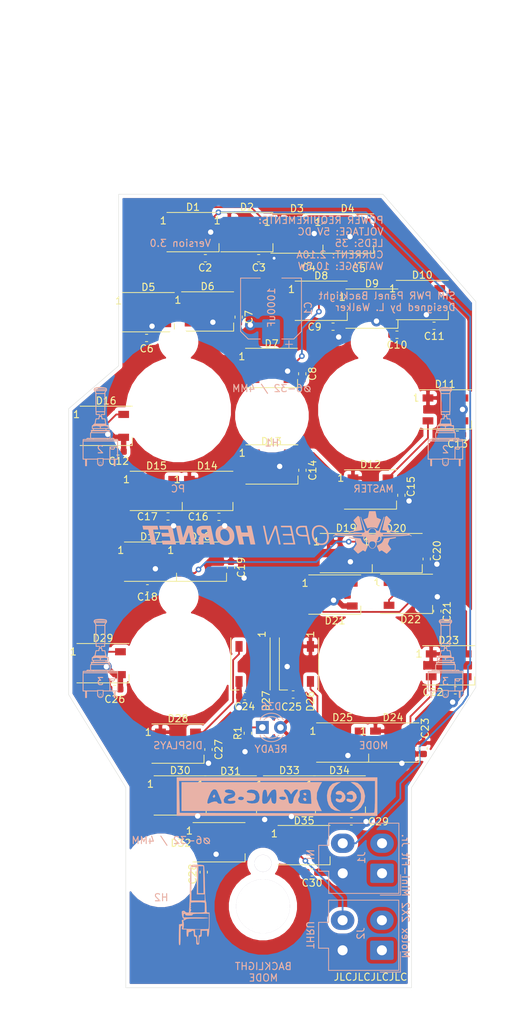
<source format=kicad_pcb>
(kicad_pcb (version 20171130) (host pcbnew "(5.1.10)-1")
  (layers (0 F.Cu signal) (31 B.Cu signal) (34 B.Paste user hide) (35 F.Paste user hide) (36 B.SilkS user) (37 F.SilkS user) (38 B.Mask user hide) (39 F.Mask user hide) (44 Edge.Cuts user))
  (net 0 "")
  (net 1 /LEDGND)
  (net 2 /LED+5V)
  (net 3 "Net-(D2-Pad2)")
  (net 4 /DATAIN)
  (net 5 "Net-(D3-Pad2)")
  (net 6 "Net-(D4-Pad2)")
  (net 7 "Net-(D5-Pad2)")
  (net 8 "Net-(D6-Pad2)")
  (net 9 "Net-(D7-Pad2)")
  (net 10 "Net-(D8-Pad2)")
  (net 11 "Net-(D10-Pad4)")
  (net 12 "Net-(D10-Pad2)")
  (net 13 "Net-(D11-Pad2)")
  (net 14 "Net-(D12-Pad2)")
  (net 15 "Net-(D13-Pad2)")
  (net 16 "Net-(D14-Pad2)")
  (net 17 "Net-(D15-Pad2)")
  (net 18 "Net-(D16-Pad2)")
  (net 19 "Net-(D17-Pad2)")
  (net 20 "Net-(D18-Pad2)")
  (net 21 "Net-(D19-Pad2)")
  (net 22 "Net-(D20-Pad2)")
  (net 23 "Net-(D21-Pad2)")
  (net 24 "Net-(D22-Pad2)")
  (net 25 "Net-(D23-Pad2)")
  (net 26 "Net-(D24-Pad2)")
  (net 27 "Net-(D25-Pad2)")
  (net 28 "Net-(D26-Pad2)")
  (net 29 "Net-(D27-Pad2)")
  (net 30 "Net-(D28-Pad2)")
  (net 31 "Net-(D29-Pad2)")
  (net 32 "Net-(D30-Pad2)")
  (net 33 "Net-(D31-Pad2)")
  (net 34 "Net-(D32-Pad2)")
  (net 35 /DATAOUT)
  (net 36 "Net-(D33-Pad2)")
  (net 37 "Net-(D1-Pad2)")
  (net 38 "Net-(D34-Pad2)")
  (net 39 "Net-(D36-Pad1)")
  (module Connector_Molex:Molex_Mini-Fit_Jr_5566-04A_2x02_P4.20mm_Vertical (layer B.Cu) (at 252.85 153.76 90)
    (fp_text reference J2 (at 2.3458 -2.95238 270) (layer B.SilkS) (effects (justify mirror)))
    (fp_text value Conn_01x04_Female)
    (pad 4 thru_hole oval (at 4.2 -5.5 90) (size 2.7 3.3) (drill 1.4) (layers *.Cu *.Mask) (net 35 /DATAOUT))
    (pad 3 thru_hole oval (at 0 -5.5 90) (size 2.7 3.3) (drill 1.4) (layers *.Cu *.Mask) (net 1 /LEDGND))
    (pad 2 thru_hole oval (at 4.2 0 90) (size 2.7 3.3) (drill 1.4) (layers *.Cu *.Mask) (net 2 /LED+5V))
    (pad 1 thru_hole roundrect (at 0 0 90) (size 2.7 3.3) (drill 1.4) (layers *.Cu *.Mask) (roundrect_rratio 0.09259299999999999) (net 2 /LED+5V))
  )
  (module Connector_Molex:Molex_Mini-Fit_Jr_5566-04A_2x02_P4.20mm_Vertical (layer B.Cu) (at 252.87 142.99 90)
    (fp_text reference J1 (at 2.18324 -2.86856 90) (layer B.SilkS) (effects (justify mirror)))
    (fp_text value Conn_01x04_Female)
    (pad 4 thru_hole oval (at 4.2 -5.5 90) (size 2.7 3.3) (drill 1.4) (layers *.Cu *.Mask) (net 4 /DATAIN))
    (pad 3 thru_hole oval (at 0 -5.5 90) (size 2.7 3.3) (drill 1.4) (layers *.Cu *.Mask) (net 1 /LEDGND))
    (pad 2 thru_hole oval (at 4.2 0 90) (size 2.7 3.3) (drill 1.4) (layers *.Cu *.Mask) (net 2 /LED+5V))
    (pad 1 thru_hole roundrect (at 0 0 90) (size 2.7 3.3) (drill 1.4) (layers *.Cu *.Mask) (roundrect_rratio 0.09259299999999999) (net 2 /LED+5V))
  )
  (module OH_Backlighting:BR10K_Pot_Silkscreen (layer F.Cu) (at 226.61 147.38)
    (fp_text reference LOGO7 hide)
    (fp_text value "BR10K Pot" hide)
  )
  (module OH_Backlighting:BR10K_Pot_11mm_x_11mm (layer F.Cu) (at 236.2 147.6 180)
    (fp_text reference REF** hide)
    (fp_text value BR10K_Pot_11mm_x_11mm hide)
    (pad "" np_thru_hole circle (at 0 0 180) (size 7.540752 7.540752) (drill 7.54) (layers *.Mask B.Cu) (clearance 3))
    (pad "" np_thru_hole circle (at 0 6 180) (size 2.38125 2.38125) (drill 2.38) (layers *.Cu *.Mask) (clearance 1))
    (pad "" np_thru_hole circle (at 0 0 180) (size 7.540752 7.540752) (drill 7.54) (layers *.Mask F.Cu) (clearance 1))
  )
  (module OH_Backlighting:100SPX_Toggle_13mm_x_18mm (layer F.Cu) (at 224.4 113.78 180)
    (fp_text reference REF** hide)
    (fp_text value 100SPX_Toggle_13mm_x_18mm hide)
    (pad "" np_thru_hole circle (at 0 0 180) (size 12.7 12.7) (drill 12.7) (layers *.Mask B.Cu) (clearance 3.65))
    (pad "" np_thru_hole circle (at 0 0 180) (size 12.7 12.7) (drill 12.7) (layers *.Mask F.Cu) (clearance 1))
    (pad "" np_thru_hole circle (at 0 9.525 180) (size 3.572 3.572) (drill 3.572) (layers *.Cu *.Mask) (clearance 1))
  )
  (module OH_Backlighting:100SPX_Toggle_13mm_x_18mm (layer F.Cu) (at 251.28 113.77 180)
    (fp_text reference REF** hide)
    (fp_text value 100SPX_Toggle_13mm_x_18mm hide)
    (pad "" np_thru_hole circle (at 0 0 180) (size 12.7 12.7) (drill 12.7) (layers *.Mask B.Cu) (clearance 3.65))
    (pad "" np_thru_hole circle (at 0 0 180) (size 12.7 12.7) (drill 12.7) (layers *.Mask F.Cu) (clearance 1))
    (pad "" np_thru_hole circle (at 0 9.525 180) (size 3.572 3.572) (drill 3.572) (layers *.Cu *.Mask) (clearance 1))
  )
  (module OH_Backlighting:100SPX_Toggle_13mm_x_18mm (layer F.Cu) (at 224.37 78.13 180)
    (fp_text reference REF** hide)
    (fp_text value 100SPX_Toggle_13mm_x_18mm hide)
    (pad "" np_thru_hole circle (at 0 0 180) (size 12.7 12.7) (drill 12.7) (layers *.Mask B.Cu) (clearance 3.65))
    (pad "" np_thru_hole circle (at 0 0 180) (size 12.7 12.7) (drill 12.7) (layers *.Mask F.Cu) (clearance 1))
    (pad "" np_thru_hole circle (at 0 9.525 180) (size 3.572 3.572) (drill 3.572) (layers *.Cu *.Mask) (clearance 1))
  )
  (module OH_Backlighting:100SPX_Toggle_13mm_x_18mm (layer F.Cu) (at 251.28 78.17 180)
    (fp_text reference REF** hide)
    (fp_text value 100SPX_Toggle_13mm_x_18mm hide)
    (pad "" np_thru_hole circle (at 0 0 180) (size 12.7 12.7) (drill 12.7) (layers *.Mask B.Cu) (clearance 3.65))
    (pad "" np_thru_hole circle (at 0 0 180) (size 12.7 12.7) (drill 12.7) (layers *.Mask F.Cu) (clearance 1))
    (pad "" np_thru_hole circle (at 0 9.525 180) (size 3.572 3.572) (drill 3.572) (layers *.Cu *.Mask) (clearance 1))
  )
  (module OH_Backlighting:OH_Panel_6-32_PHS (layer F.Cu) (at 221.96 142.57)
    (fp_text reference H2 hide)
    (fp_text value OHPanelScrew hide)
    (fp_text user H2 (at 0 3.81) (layer B.SilkS) (effects (justify mirror)))
    (fp_text user "⌀6-32 / 4MM" (at 1.42 -4.19) (layer B.SilkS) (effects (justify mirror)))
    (pad "" np_thru_hole circle (at 0 0) (size 4.3 4.3) (drill 4.3) (layers *.Cu *.Mask) (clearance 3))
  )
  (module OH_Backlighting:OH_Panel_6-32_PHS (layer F.Cu) (at 237.46 78.97)
    (fp_text reference H1 hide)
    (fp_text value OHPanelScrew hide)
    (fp_text user H1 (at 0 3.81) (layer B.SilkS) (effects (justify mirror)))
    (fp_text user "⌀6-32 / 4MM" (at 0 -3.81) (layer B.SilkS) (effects (justify mirror)))
    (pad "" np_thru_hole circle (at 0 0) (size 4.3 4.3) (drill 4.3) (layers *.Cu *.Mask) (clearance 3))
  )
  (module OH_KiCAD_Libraries:CC-BY-NC-SA-Small (layer B.Cu) (at 238.257324 132.26 180)
    (fp_text reference LOGO6 hide)
    (fp_text value CC-BY-NC-SA_Icon hide)
  )
  (module OH_KiCAD_Libraries:OH_LOGO_37.7mm_5.9mm (layer B.Cu) (at 238.18 95.31 180)
    (fp_text reference LOGO5 hide)
    (fp_text value OpenHornetLogoSmall hide)
  )
  (module OH_Backlighting:S3AL_Toggle_Silkscreen (layer F.Cu) (at 261.61 113.07)
    (fp_text reference LOGO4 hide)
    (fp_text value OH_S3AL_Silkscreen hide)
    (fp_text user 3 (at 0.125 3.075) (layer B.SilkS) (effects (justify mirror)))
  )
  (module OH_Backlighting:S3AL_Toggle_Silkscreen (layer F.Cu) (at 213.3 113.07)
    (fp_text reference LOGO3 hide)
    (fp_text value OH_S3AL_Silkscreen hide)
    (fp_text user 3 (at 0.125 3.075) (layer B.SilkS) (effects (justify mirror)))
  )
  (module OH_Backlighting:S2AL_Toggle_Silkscreen (layer F.Cu) (at 261.61 80.64)
    (fp_text reference LOGO2 hide)
    (fp_text value OH_S2AL_Silkscreen hide)
    (fp_text user 2 (at 0.125 3.075) (layer B.SilkS) (effects (justify mirror)))
  )
  (module OH_Backlighting:S2AL_Toggle_Silkscreen (layer F.Cu) (at 213.3 80.64)
    (fp_text reference LOGO1 hide)
    (fp_text value OH_S2AL_Silkscreen hide)
    (fp_text user 2 (at 0.125 3.075) (layer B.SilkS) (effects (justify mirror)))
  )
  (module Capacitor_SMD:C_0603_1608Metric (layer F.Cu) (at 243.055 142.86)
    (fp_text reference C30 (at 0.025 1.48) (layer F.SilkS))
    (fp_text value C)
    (pad 2 smd roundrect (at 0.775 0) (size 0.9 0.95) (layers F.Cu F.Paste F.Mask) (net 1 /LEDGND))
    (pad 1 smd roundrect (at -0.775 0) (size 0.9 0.95) (layers F.Cu F.Paste F.Mask) (net 2 /LED+5V))
  )
  (module Capacitor_SMD:C_0603_1608Metric (layer F.Cu) (at 248.575 135.725)
    (fp_text reference C29 (at 3.795 0.035) (layer F.SilkS))
    (fp_text value C)
    (pad 2 smd roundrect (at 0.775 0) (size 0.9 0.95) (layers F.Cu F.Paste F.Mask) (net 1 /LEDGND))
    (pad 1 smd roundrect (at -0.775 0) (size 0.9 0.95) (layers F.Cu F.Paste F.Mask) (net 2 /LED+5V))
  )
  (module Capacitor_SMD:C_0603_1608Metric (layer F.Cu) (at 227.91 142.83 90)
    (fp_text reference C28 (at -0.26 -1.55 90) (layer F.SilkS))
    (fp_text value C)
    (pad 2 smd roundrect (at 0.775 0 90) (size 0.9 0.95) (layers F.Cu F.Paste F.Mask) (net 1 /LEDGND))
    (pad 1 smd roundrect (at -0.775 0 90) (size 0.9 0.95) (layers F.Cu F.Paste F.Mask) (net 2 /LED+5V))
  )
  (module Capacitor_SMD:C_0603_1608Metric (layer F.Cu) (at 228.575 125.675 270)
    (fp_text reference C27 (at 0 -1.43 90) (layer F.SilkS))
    (fp_text value C)
    (pad 2 smd roundrect (at 0.775 0 270) (size 0.9 0.95) (layers F.Cu F.Paste F.Mask) (net 1 /LEDGND))
    (pad 1 smd roundrect (at -0.775 0 270) (size 0.9 0.95) (layers F.Cu F.Paste F.Mask) (net 2 /LED+5V))
  )
  (module Capacitor_SMD:C_0603_1608Metric (layer F.Cu) (at 215.45 117.225)
    (fp_text reference C26 (at 0.01 1.415) (layer F.SilkS))
    (fp_text value C)
    (pad 2 smd roundrect (at 0.775 0) (size 0.9 0.95) (layers F.Cu F.Paste F.Mask) (net 1 /LEDGND))
    (pad 1 smd roundrect (at -0.775 0) (size 0.9 0.95) (layers F.Cu F.Paste F.Mask) (net 2 /LED+5V))
  )
  (module Capacitor_SMD:C_0603_1608Metric (layer F.Cu) (at 240.425 117.975 180)
    (fp_text reference C25 (at 0.215 -1.735) (layer F.SilkS))
    (fp_text value C)
    (pad 2 smd roundrect (at 0.775 0 180) (size 0.9 0.95) (layers F.Cu F.Paste F.Mask) (net 1 /LEDGND))
    (pad 1 smd roundrect (at -0.775 0 180) (size 0.9 0.95) (layers F.Cu F.Paste F.Mask) (net 2 /LED+5V))
  )
  (module Capacitor_SMD:C_0603_1608Metric (layer F.Cu) (at 233.65 118.225 180)
    (fp_text reference C24 (at 0 -1.43) (layer F.SilkS))
    (fp_text value C)
    (pad 2 smd roundrect (at 0.775 0 180) (size 0.9 0.95) (layers F.Cu F.Paste F.Mask) (net 1 /LEDGND))
    (pad 1 smd roundrect (at -0.775 0 180) (size 0.9 0.95) (layers F.Cu F.Paste F.Mask) (net 2 /LED+5V))
  )
  (module Capacitor_SMD:C_0603_1608Metric (layer F.Cu) (at 258.675 125.525 270)
    (fp_text reference C23 (at -2.835 -0.225 90) (layer F.SilkS))
    (fp_text value C)
    (pad 2 smd roundrect (at 0.775 0 270) (size 0.9 0.95) (layers F.Cu F.Paste F.Mask) (net 1 /LEDGND))
    (pad 1 smd roundrect (at -0.775 0 270) (size 0.9 0.95) (layers F.Cu F.Paste F.Mask) (net 2 /LED+5V))
  )
  (module Capacitor_SMD:C_0603_1608Metric (layer F.Cu) (at 263.125 117.39)
    (fp_text reference C22 (at -3.125 0.27) (layer F.SilkS))
    (fp_text value C)
    (pad 2 smd roundrect (at 0.775 0) (size 0.9 0.95) (layers F.Cu F.Paste F.Mask) (net 1 /LEDGND))
    (pad 1 smd roundrect (at -0.775 0) (size 0.9 0.95) (layers F.Cu F.Paste F.Mask) (net 2 /LED+5V))
  )
  (module Capacitor_SMD:C_0603_1608Metric (layer F.Cu) (at 260.61 106.315 90)
    (fp_text reference C21 (at -0.065 1.35 90) (layer F.SilkS))
    (fp_text value C)
    (pad 2 smd roundrect (at 0.775 0 90) (size 0.9 0.95) (layers F.Cu F.Paste F.Mask) (net 1 /LEDGND))
    (pad 1 smd roundrect (at -0.775 0 90) (size 0.9 0.95) (layers F.Cu F.Paste F.Mask) (net 2 /LED+5V))
  )
  (module Capacitor_SMD:C_0603_1608Metric (layer F.Cu) (at 259.125 99.025 270)
    (fp_text reference C20 (at -1.155 -1.445 90) (layer F.SilkS))
    (fp_text value C)
    (pad 2 smd roundrect (at 0.775 0 270) (size 0.9 0.95) (layers F.Cu F.Paste F.Mask) (net 1 /LEDGND))
    (pad 1 smd roundrect (at -0.775 0 270) (size 0.9 0.95) (layers F.Cu F.Paste F.Mask) (net 2 /LED+5V))
  )
  (module Capacitor_SMD:C_0603_1608Metric (layer F.Cu) (at 231.725 100.2 270)
    (fp_text reference C19 (at 0 -1.43 90) (layer F.SilkS))
    (fp_text value C)
    (pad 2 smd roundrect (at 0.775 0 270) (size 0.9 0.95) (layers F.Cu F.Paste F.Mask) (net 1 /LEDGND))
    (pad 1 smd roundrect (at -0.775 0 270) (size 0.9 0.95) (layers F.Cu F.Paste F.Mask) (net 2 /LED+5V))
  )
  (module Capacitor_SMD:C_0603_1608Metric (layer F.Cu) (at 220.025 103.125)
    (fp_text reference C18 (at -0.005 1.205) (layer F.SilkS))
    (fp_text value C)
    (pad 2 smd roundrect (at 0.775 0) (size 0.9 0.95) (layers F.Cu F.Paste F.Mask) (net 1 /LEDGND))
    (pad 1 smd roundrect (at -0.775 0) (size 0.9 0.95) (layers F.Cu F.Paste F.Mask) (net 2 /LED+5V))
  )
  (module LED_SMD:LED_WS2812B_PLCC4_5.0x5.0mm_P3.2mm (layer F.Cu) (at 241.95 139.05)
    (fp_text reference D35 (at 0.01 -3.42) (layer F.SilkS))
    (fp_text value WS2812B)
    (fp_text user 1 (at -4.15 -1.6) (layer F.SilkS))
    (pad 1 smd rect (at -2.45 -1.6) (size 1.5 1) (layers F.Cu F.Paste F.Mask) (net 2 /LED+5V))
    (pad 2 smd rect (at -2.45 1.6) (size 1.5 1) (layers F.Cu F.Paste F.Mask) (net 35 /DATAOUT))
    (pad 4 smd rect (at 2.45 -1.6) (size 1.5 1) (layers F.Cu F.Paste F.Mask) (net 38 "Net-(D34-Pad2)"))
    (pad 3 smd rect (at 2.45 1.6) (size 1.5 1) (layers F.Cu F.Paste F.Mask) (net 1 /LEDGND))
  )
  (module LED_SMD:LED_WS2812B_PLCC4_5.0x5.0mm_P3.2mm (layer F.Cu) (at 246.9 132.1)
    (fp_text reference D34 (at 0 -3.5) (layer F.SilkS))
    (fp_text value WS2812B)
    (fp_text user 1 (at -4.15 -1.6) (layer F.SilkS))
    (pad 1 smd rect (at -2.45 -1.6) (size 1.5 1) (layers F.Cu F.Paste F.Mask) (net 2 /LED+5V))
    (pad 2 smd rect (at -2.45 1.6) (size 1.5 1) (layers F.Cu F.Paste F.Mask) (net 38 "Net-(D34-Pad2)"))
    (pad 4 smd rect (at 2.45 -1.6) (size 1.5 1) (layers F.Cu F.Paste F.Mask) (net 36 "Net-(D33-Pad2)"))
    (pad 3 smd rect (at 2.45 1.6) (size 1.5 1) (layers F.Cu F.Paste F.Mask) (net 1 /LEDGND))
  )
  (module Resistor_SMD:R_0603_1608Metric (layer F.Cu) (at 234.091 123.403 270)
    (fp_text reference R1 (at -0.023 1.411 90) (layer F.SilkS))
    (fp_text value R)
    (pad 2 smd roundrect (at 0.7875 0 270) (size 0.875 0.95) (layers F.Cu F.Paste F.Mask) (net 1 /LEDGND))
    (pad 1 smd roundrect (at -0.7875 0 270) (size 0.875 0.95) (layers F.Cu F.Paste F.Mask) (net 39 "Net-(D36-Pad1)"))
  )
  (module Capacitor_SMD:C_0603_1608Metric (layer F.Cu) (at 222.912 93.075)
    (fp_text reference C17 (at -2.902 0.015) (layer F.SilkS))
    (fp_text value C)
    (pad 2 smd roundrect (at 0.7875 0) (size 0.875 0.95) (layers F.Cu F.Paste F.Mask) (net 1 /LEDGND))
    (pad 1 smd roundrect (at -0.7875 0) (size 0.875 0.95) (layers F.Cu F.Paste F.Mask) (net 2 /LED+5V))
  )
  (module Capacitor_SMD:C_0603_1608Metric (layer F.Cu) (at 230.038 93.125)
    (fp_text reference C16 (at -2.908 -0.015) (layer F.SilkS))
    (fp_text value C)
    (pad 2 smd roundrect (at 0.7875 0) (size 0.875 0.95) (layers F.Cu F.Paste F.Mask) (net 1 /LEDGND))
    (pad 1 smd roundrect (at -0.7875 0) (size 0.875 0.95) (layers F.Cu F.Paste F.Mask) (net 2 /LED+5V))
  )
  (module Capacitor_SMD:C_0603_1608Metric (layer F.Cu) (at 255.575 90.1125 270)
    (fp_text reference C15 (at -1.2225 -1.345 90) (layer F.SilkS))
    (fp_text value C)
    (pad 2 smd roundrect (at 0.7875 0 270) (size 0.875 0.95) (layers F.Cu F.Paste F.Mask) (net 1 /LEDGND))
    (pad 1 smd roundrect (at -0.7875 0 270) (size 0.875 0.95) (layers F.Cu F.Paste F.Mask) (net 2 /LED+5V))
  )
  (module Capacitor_SMD:C_0603_1608Metric (layer F.Cu) (at 241.725 86.6125 270)
    (fp_text reference C14 (at 0 -1.43 90) (layer F.SilkS))
    (fp_text value C)
    (pad 2 smd roundrect (at 0.7875 0 270) (size 0.875 0.95) (layers F.Cu F.Paste F.Mask) (net 1 /LEDGND))
    (pad 1 smd roundrect (at -0.7875 0 270) (size 0.875 0.95) (layers F.Cu F.Paste F.Mask) (net 2 /LED+5V))
  )
  (module Capacitor_SMD:C_0603_1608Metric (layer F.Cu) (at 263.412 81.625)
    (fp_text reference C13 (at 0.038 1.305) (layer F.SilkS))
    (fp_text value C)
    (pad 2 smd roundrect (at 0.7875 0) (size 0.875 0.95) (layers F.Cu F.Paste F.Mask) (net 1 /LEDGND))
    (pad 1 smd roundrect (at -0.7875 0) (size 0.875 0.95) (layers F.Cu F.Paste F.Mask) (net 2 /LED+5V))
  )
  (module Capacitor_SMD:C_0603_1608Metric (layer F.Cu) (at 215.912 83.975)
    (fp_text reference C12 (at 0.098 1.355) (layer F.SilkS))
    (fp_text value C)
    (pad 2 smd roundrect (at 0.7875 0) (size 0.875 0.95) (layers F.Cu F.Paste F.Mask) (net 1 /LEDGND))
    (pad 1 smd roundrect (at -0.7875 0) (size 0.875 0.95) (layers F.Cu F.Paste F.Mask) (net 2 /LED+5V))
  )
  (module Capacitor_SMD:C_0603_1608Metric (layer F.Cu) (at 260.15 66.4)
    (fp_text reference C11 (at 0.03 1.46) (layer F.SilkS))
    (fp_text value C)
    (pad 2 smd roundrect (at 0.7875 0) (size 0.875 0.95) (layers F.Cu F.Paste F.Mask) (net 1 /LEDGND))
    (pad 1 smd roundrect (at -0.7875 0) (size 0.875 0.95) (layers F.Cu F.Paste F.Mask) (net 2 /LED+5V))
  )
  (module Capacitor_SMD:C_0603_1608Metric (layer F.Cu) (at 254.962 67.65 180)
    (fp_text reference C10 (at 0 -1.43) (layer F.SilkS))
    (fp_text value C)
    (pad 2 smd roundrect (at 0.7875 0 180) (size 0.875 0.95) (layers F.Cu F.Paste F.Mask) (net 1 /LEDGND))
    (pad 1 smd roundrect (at -0.7875 0 180) (size 0.875 0.95) (layers F.Cu F.Paste F.Mask) (net 2 /LED+5V))
  )
  (module Capacitor_SMD:C_0603_1608Metric (layer F.Cu) (at 246.012 66.525)
    (fp_text reference C9 (at -2.582 0.035) (layer F.SilkS))
    (fp_text value C)
    (pad 2 smd roundrect (at 0.7875 0) (size 0.875 0.95) (layers F.Cu F.Paste F.Mask) (net 1 /LEDGND))
    (pad 1 smd roundrect (at -0.7875 0) (size 0.875 0.95) (layers F.Cu F.Paste F.Mask) (net 2 /LED+5V))
  )
  (module Capacitor_SMD:C_0603_1608Metric (layer F.Cu) (at 241.7 73.1125 270)
    (fp_text reference C8 (at 0 -1.43 90) (layer F.SilkS))
    (fp_text value C)
    (pad 2 smd roundrect (at 0.7875 0 270) (size 0.875 0.95) (layers F.Cu F.Paste F.Mask) (net 1 /LEDGND))
    (pad 1 smd roundrect (at -0.7875 0 270) (size 0.875 0.95) (layers F.Cu F.Paste F.Mask) (net 2 /LED+5V))
  )
  (module Capacitor_SMD:C_0603_1608Metric (layer F.Cu) (at 232.8 65.1875 270)
    (fp_text reference C7 (at 0 -1.43 90) (layer F.SilkS))
    (fp_text value C)
    (pad 2 smd roundrect (at 0.7875 0 270) (size 0.875 0.95) (layers F.Cu F.Paste F.Mask) (net 1 /LEDGND))
    (pad 1 smd roundrect (at -0.7875 0 270) (size 0.875 0.95) (layers F.Cu F.Paste F.Mask) (net 2 /LED+5V))
  )
  (module Capacitor_SMD:C_0603_1608Metric (layer F.Cu) (at 219.912 68.1)
    (fp_text reference C6 (at 0.008 1.5) (layer F.SilkS))
    (fp_text value C)
    (pad 2 smd roundrect (at 0.7875 0) (size 0.875 0.95) (layers F.Cu F.Paste F.Mask) (net 1 /LEDGND))
    (pad 1 smd roundrect (at -0.7875 0) (size 0.875 0.95) (layers F.Cu F.Paste F.Mask) (net 2 /LED+5V))
  )
  (module Capacitor_SMD:C_0603_1608Metric (layer F.Cu) (at 249.7 57.1)
    (fp_text reference C5 (at -0.08 1.27) (layer F.SilkS))
    (fp_text value C)
    (pad 2 smd roundrect (at 0.7875 0) (size 0.875 0.95) (layers F.Cu F.Paste F.Mask) (net 1 /LEDGND))
    (pad 1 smd roundrect (at -0.7875 0) (size 0.875 0.95) (layers F.Cu F.Paste F.Mask) (net 2 /LED+5V))
  )
  (module Capacitor_SMD:C_0603_1608Metric (layer F.Cu) (at 242.588 57.1)
    (fp_text reference C4 (at 0.002 1.16) (layer F.SilkS))
    (fp_text value C)
    (pad 2 smd roundrect (at 0.7875 0) (size 0.875 0.95) (layers F.Cu F.Paste F.Mask) (net 1 /LEDGND))
    (pad 1 smd roundrect (at -0.7875 0) (size 0.875 0.95) (layers F.Cu F.Paste F.Mask) (net 2 /LED+5V))
  )
  (module Capacitor_SMD:C_0603_1608Metric (layer F.Cu) (at 235.6 56.95)
    (fp_text reference C3 (at 0.02 1.32) (layer F.SilkS))
    (fp_text value C)
    (pad 2 smd roundrect (at 0.7875 0) (size 0.875 0.95) (layers F.Cu F.Paste F.Mask) (net 1 /LEDGND))
    (pad 1 smd roundrect (at -0.7875 0) (size 0.875 0.95) (layers F.Cu F.Paste F.Mask) (net 2 /LED+5V))
  )
  (module Capacitor_SMD:C_0603_1608Metric (layer F.Cu) (at 228.138 56.95)
    (fp_text reference C2 (at -0.028 1.34) (layer F.SilkS))
    (fp_text value C)
    (pad 2 smd roundrect (at 0.7875 0) (size 0.875 0.95) (layers F.Cu F.Paste F.Mask) (net 1 /LEDGND))
    (pad 1 smd roundrect (at -0.7875 0) (size 0.875 0.95) (layers F.Cu F.Paste F.Mask) (net 2 /LED+5V))
  )
  (module LED_SMD:LED_WS2812B_PLCC4_5.0x5.0mm_P3.2mm (layer F.Cu) (at 239.9 132.1)
    (fp_text reference D33 (at 0 -3.5) (layer F.SilkS))
    (fp_text value WS2812B)
    (fp_text user 1 (at -4.15 -1.6) (layer F.SilkS))
    (pad 1 smd rect (at -2.45 -1.6) (size 1.5 1) (layers F.Cu F.Paste F.Mask) (net 2 /LED+5V))
    (pad 2 smd rect (at -2.45 1.6) (size 1.5 1) (layers F.Cu F.Paste F.Mask) (net 36 "Net-(D33-Pad2)"))
    (pad 4 smd rect (at 2.45 -1.6) (size 1.5 1) (layers F.Cu F.Paste F.Mask) (net 34 "Net-(D32-Pad2)"))
    (pad 3 smd rect (at 2.45 1.6) (size 1.5 1) (layers F.Cu F.Paste F.Mask) (net 1 /LEDGND))
  )
  (module LED_SMD:LED_WS2812B_PLCC4_5.0x5.0mm_P3.2mm (layer F.Cu) (at 230.05 138.65)
    (fp_text reference D32 (at -5.33 0.12) (layer F.SilkS))
    (fp_text value WS2812B)
    (fp_text user 1 (at -4.15 -1.6) (layer F.SilkS))
    (pad 1 smd rect (at -2.45 -1.6) (size 1.5 1) (layers F.Cu F.Paste F.Mask) (net 2 /LED+5V))
    (pad 2 smd rect (at -2.45 1.6) (size 1.5 1) (layers F.Cu F.Paste F.Mask) (net 34 "Net-(D32-Pad2)"))
    (pad 4 smd rect (at 2.45 -1.6) (size 1.5 1) (layers F.Cu F.Paste F.Mask) (net 33 "Net-(D31-Pad2)"))
    (pad 3 smd rect (at 2.45 1.6) (size 1.5 1) (layers F.Cu F.Paste F.Mask) (net 1 /LEDGND))
  )
  (module LED_SMD:LED_WS2812B_PLCC4_5.0x5.0mm_P3.2mm (layer F.Cu) (at 231.65 132.1)
    (fp_text reference D31 (at 0.01 -3.4) (layer F.SilkS))
    (fp_text value WS2812B)
    (fp_text user 1 (at -4.15 -1.6) (layer F.SilkS))
    (pad 1 smd rect (at -2.45 -1.6) (size 1.5 1) (layers F.Cu F.Paste F.Mask) (net 2 /LED+5V))
    (pad 2 smd rect (at -2.45 1.6) (size 1.5 1) (layers F.Cu F.Paste F.Mask) (net 33 "Net-(D31-Pad2)"))
    (pad 4 smd rect (at 2.45 -1.6) (size 1.5 1) (layers F.Cu F.Paste F.Mask) (net 32 "Net-(D30-Pad2)"))
    (pad 3 smd rect (at 2.45 1.6) (size 1.5 1) (layers F.Cu F.Paste F.Mask) (net 1 /LEDGND))
  )
  (module LED_SMD:LED_WS2812B_PLCC4_5.0x5.0mm_P3.2mm (layer F.Cu) (at 224.6 132.1)
    (fp_text reference D30 (at 0.02 -3.5) (layer F.SilkS))
    (fp_text value WS2812B)
    (fp_text user 1 (at -4.15 -1.6) (layer F.SilkS))
    (pad 1 smd rect (at -2.45 -1.6) (size 1.5 1) (layers F.Cu F.Paste F.Mask) (net 2 /LED+5V))
    (pad 2 smd rect (at -2.45 1.6) (size 1.5 1) (layers F.Cu F.Paste F.Mask) (net 32 "Net-(D30-Pad2)"))
    (pad 4 smd rect (at 2.45 -1.6) (size 1.5 1) (layers F.Cu F.Paste F.Mask) (net 31 "Net-(D29-Pad2)"))
    (pad 3 smd rect (at 2.45 1.6) (size 1.5 1) (layers F.Cu F.Paste F.Mask) (net 1 /LEDGND))
  )
  (module LED_SMD:LED_WS2812B_PLCC4_5.0x5.0mm_P3.2mm (layer F.Cu) (at 213.8 113.6)
    (fp_text reference D29 (at 0 -3.5) (layer F.SilkS))
    (fp_text value WS2812B)
    (fp_text user 1 (at -4.15 -1.6) (layer F.SilkS))
    (pad 1 smd rect (at -2.45 -1.6) (size 1.5 1) (layers F.Cu F.Paste F.Mask) (net 2 /LED+5V))
    (pad 2 smd rect (at -2.45 1.6) (size 1.5 1) (layers F.Cu F.Paste F.Mask) (net 31 "Net-(D29-Pad2)"))
    (pad 4 smd rect (at 2.45 -1.6) (size 1.5 1) (layers F.Cu F.Paste F.Mask) (net 30 "Net-(D28-Pad2)"))
    (pad 3 smd rect (at 2.45 1.6) (size 1.5 1) (layers F.Cu F.Paste F.Mask) (net 1 /LEDGND))
  )
  (module LED_SMD:LED_WS2812B_PLCC4_5.0x5.0mm_P3.2mm (layer F.Cu) (at 224.3 124.85)
    (fp_text reference D28 (at 0 -3.5) (layer F.SilkS))
    (fp_text value WS2812B)
    (fp_text user 1 (at -4.15 -1.6) (layer F.SilkS))
    (pad 1 smd rect (at -2.45 -1.6) (size 1.5 1) (layers F.Cu F.Paste F.Mask) (net 2 /LED+5V))
    (pad 2 smd rect (at -2.45 1.6) (size 1.5 1) (layers F.Cu F.Paste F.Mask) (net 30 "Net-(D28-Pad2)"))
    (pad 4 smd rect (at 2.45 -1.6) (size 1.5 1) (layers F.Cu F.Paste F.Mask) (net 29 "Net-(D27-Pad2)"))
    (pad 3 smd rect (at 2.45 1.6) (size 1.5 1) (layers F.Cu F.Paste F.Mask) (net 1 /LEDGND))
  )
  (module LED_SMD:LED_WS2812B_PLCC4_5.0x5.0mm_P3.2mm (layer F.Cu) (at 234.45 113.7 270)
    (fp_text reference D27 (at 5.18 -2.19 90) (layer F.SilkS))
    (fp_text value WS2812B)
    (fp_text user 1 (at -4.15 -1.6 90) (layer F.SilkS))
    (pad 1 smd rect (at -2.45 -1.6 270) (size 1.5 1) (layers F.Cu F.Paste F.Mask) (net 2 /LED+5V))
    (pad 2 smd rect (at -2.45 1.6 270) (size 1.5 1) (layers F.Cu F.Paste F.Mask) (net 29 "Net-(D27-Pad2)"))
    (pad 4 smd rect (at 2.45 -1.6 270) (size 1.5 1) (layers F.Cu F.Paste F.Mask) (net 28 "Net-(D26-Pad2)"))
    (pad 3 smd rect (at 2.45 1.6 270) (size 1.5 1) (layers F.Cu F.Paste F.Mask) (net 1 /LEDGND))
  )
  (module LED_SMD:LED_WS2812B_PLCC4_5.0x5.0mm_P3.2mm (layer F.Cu) (at 241.25 113.7 270)
    (fp_text reference D26 (at 5.24 -1.59 90) (layer F.SilkS))
    (fp_text value WS2812B)
    (fp_text user 1 (at -4.15 -1.6 90) (layer F.SilkS))
    (pad 1 smd rect (at -2.45 -1.6 270) (size 1.5 1) (layers F.Cu F.Paste F.Mask) (net 2 /LED+5V))
    (pad 2 smd rect (at -2.45 1.6 270) (size 1.5 1) (layers F.Cu F.Paste F.Mask) (net 28 "Net-(D26-Pad2)"))
    (pad 4 smd rect (at 2.45 -1.6 270) (size 1.5 1) (layers F.Cu F.Paste F.Mask) (net 27 "Net-(D25-Pad2)"))
    (pad 3 smd rect (at 2.45 1.6 270) (size 1.5 1) (layers F.Cu F.Paste F.Mask) (net 1 /LEDGND))
  )
  (module LED_SMD:LED_WS2812B_PLCC4_5.0x5.0mm_P3.2mm (layer F.Cu) (at 247.35 124.7)
    (fp_text reference D25 (at 0 -3.5) (layer F.SilkS))
    (fp_text value WS2812B)
    (fp_text user 1 (at -4.15 -1.6) (layer F.SilkS))
    (pad 1 smd rect (at -2.45 -1.6) (size 1.5 1) (layers F.Cu F.Paste F.Mask) (net 2 /LED+5V))
    (pad 2 smd rect (at -2.45 1.6) (size 1.5 1) (layers F.Cu F.Paste F.Mask) (net 27 "Net-(D25-Pad2)"))
    (pad 4 smd rect (at 2.45 -1.6) (size 1.5 1) (layers F.Cu F.Paste F.Mask) (net 26 "Net-(D24-Pad2)"))
    (pad 3 smd rect (at 2.45 1.6) (size 1.5 1) (layers F.Cu F.Paste F.Mask) (net 1 /LEDGND))
  )
  (module LED_SMD:LED_WS2812B_PLCC4_5.0x5.0mm_P3.2mm (layer F.Cu) (at 254.4 124.7)
    (fp_text reference D24 (at 0 -3.5) (layer F.SilkS))
    (fp_text value WS2812B)
    (fp_text user 1 (at -4.15 -1.6) (layer F.SilkS))
    (pad 1 smd rect (at -2.45 -1.6) (size 1.5 1) (layers F.Cu F.Paste F.Mask) (net 2 /LED+5V))
    (pad 2 smd rect (at -2.45 1.6) (size 1.5 1) (layers F.Cu F.Paste F.Mask) (net 26 "Net-(D24-Pad2)"))
    (pad 4 smd rect (at 2.45 -1.6) (size 1.5 1) (layers F.Cu F.Paste F.Mask) (net 25 "Net-(D23-Pad2)"))
    (pad 3 smd rect (at 2.45 1.6) (size 1.5 1) (layers F.Cu F.Paste F.Mask) (net 1 /LEDGND))
  )
  (module LED_SMD:LED_WS2812B_PLCC4_5.0x5.0mm_P3.2mm (layer F.Cu) (at 262.2 113.9)
    (fp_text reference D23 (at 0 -3.5) (layer F.SilkS))
    (fp_text value WS2812B)
    (fp_text user 1 (at -4.15 -1.6) (layer F.SilkS))
    (pad 1 smd rect (at -2.45 -1.6) (size 1.5 1) (layers F.Cu F.Paste F.Mask) (net 2 /LED+5V))
    (pad 2 smd rect (at -2.45 1.6) (size 1.5 1) (layers F.Cu F.Paste F.Mask) (net 25 "Net-(D23-Pad2)"))
    (pad 4 smd rect (at 2.45 -1.6) (size 1.5 1) (layers F.Cu F.Paste F.Mask) (net 24 "Net-(D22-Pad2)"))
    (pad 3 smd rect (at 2.45 1.6) (size 1.5 1) (layers F.Cu F.Paste F.Mask) (net 1 /LEDGND))
  )
  (module LED_SMD:LED_WS2812B_PLCC4_5.0x5.0mm_P3.2mm (layer F.Cu) (at 256.3 103.9)
    (fp_text reference D22 (at 0.57 3.59) (layer F.SilkS))
    (fp_text value WS2812B)
    (fp_text user 1 (at -4.15 -1.6) (layer F.SilkS))
    (pad 1 smd rect (at -2.45 -1.6) (size 1.5 1) (layers F.Cu F.Paste F.Mask) (net 2 /LED+5V))
    (pad 2 smd rect (at -2.45 1.6) (size 1.5 1) (layers F.Cu F.Paste F.Mask) (net 24 "Net-(D22-Pad2)"))
    (pad 4 smd rect (at 2.45 -1.6) (size 1.5 1) (layers F.Cu F.Paste F.Mask) (net 23 "Net-(D21-Pad2)"))
    (pad 3 smd rect (at 2.45 1.6) (size 1.5 1) (layers F.Cu F.Paste F.Mask) (net 1 /LEDGND))
  )
  (module LED_SMD:LED_WS2812B_PLCC4_5.0x5.0mm_P3.2mm (layer F.Cu) (at 246.25 104)
    (fp_text reference D21 (at 0.0366 3.6576) (layer F.SilkS))
    (fp_text value WS2812B)
    (fp_text user 1 (at -4.15 -1.6) (layer F.SilkS))
    (pad 1 smd rect (at -2.45 -1.6) (size 1.5 1) (layers F.Cu F.Paste F.Mask) (net 2 /LED+5V))
    (pad 2 smd rect (at -2.45 1.6) (size 1.5 1) (layers F.Cu F.Paste F.Mask) (net 23 "Net-(D21-Pad2)"))
    (pad 4 smd rect (at 2.45 -1.6) (size 1.5 1) (layers F.Cu F.Paste F.Mask) (net 22 "Net-(D20-Pad2)"))
    (pad 3 smd rect (at 2.45 1.6) (size 1.5 1) (layers F.Cu F.Paste F.Mask) (net 1 /LEDGND))
  )
  (module LED_SMD:LED_WS2812B_PLCC4_5.0x5.0mm_P3.2mm (layer F.Cu) (at 254.85 98.2)
    (fp_text reference D20 (at -0.01 -3.46) (layer F.SilkS))
    (fp_text value WS2812B)
    (fp_text user 1 (at -4.15 -1.6) (layer F.SilkS))
    (pad 1 smd rect (at -2.45 -1.6) (size 1.5 1) (layers F.Cu F.Paste F.Mask) (net 2 /LED+5V))
    (pad 2 smd rect (at -2.45 1.6) (size 1.5 1) (layers F.Cu F.Paste F.Mask) (net 22 "Net-(D20-Pad2)"))
    (pad 4 smd rect (at 2.45 -1.6) (size 1.5 1) (layers F.Cu F.Paste F.Mask) (net 21 "Net-(D19-Pad2)"))
    (pad 3 smd rect (at 2.45 1.6) (size 1.5 1) (layers F.Cu F.Paste F.Mask) (net 1 /LEDGND))
  )
  (module LED_SMD:LED_WS2812B_PLCC4_5.0x5.0mm_P3.2mm (layer F.Cu) (at 247.85 98.2)
    (fp_text reference D19 (at 0 -3.5) (layer F.SilkS))
    (fp_text value WS2812B)
    (fp_text user 1 (at -4.15 -1.6) (layer F.SilkS))
    (pad 1 smd rect (at -2.45 -1.6) (size 1.5 1) (layers F.Cu F.Paste F.Mask) (net 2 /LED+5V))
    (pad 2 smd rect (at -2.45 1.6) (size 1.5 1) (layers F.Cu F.Paste F.Mask) (net 21 "Net-(D19-Pad2)"))
    (pad 4 smd rect (at 2.45 -1.6) (size 1.5 1) (layers F.Cu F.Paste F.Mask) (net 20 "Net-(D18-Pad2)"))
    (pad 3 smd rect (at 2.45 1.6) (size 1.5 1) (layers F.Cu F.Paste F.Mask) (net 1 /LEDGND))
  )
  (module LED_SMD:LED_WS2812B_PLCC4_5.0x5.0mm_P3.2mm (layer F.Cu) (at 227.45 99.4)
    (fp_text reference D18 (at 0 -3.5) (layer F.SilkS))
    (fp_text value WS2812B)
    (fp_text user 1 (at -4.15 -1.6) (layer F.SilkS))
    (pad 1 smd rect (at -2.45 -1.6) (size 1.5 1) (layers F.Cu F.Paste F.Mask) (net 2 /LED+5V))
    (pad 2 smd rect (at -2.45 1.6) (size 1.5 1) (layers F.Cu F.Paste F.Mask) (net 20 "Net-(D18-Pad2)"))
    (pad 4 smd rect (at 2.45 -1.6) (size 1.5 1) (layers F.Cu F.Paste F.Mask) (net 19 "Net-(D17-Pad2)"))
    (pad 3 smd rect (at 2.45 1.6) (size 1.5 1) (layers F.Cu F.Paste F.Mask) (net 1 /LEDGND))
  )
  (module LED_SMD:LED_WS2812B_PLCC4_5.0x5.0mm_P3.2mm (layer F.Cu) (at 220.45 99.4)
    (fp_text reference D17 (at 0 -3.5) (layer F.SilkS))
    (fp_text value WS2812B)
    (fp_text user 1 (at -4.15 -1.6) (layer F.SilkS))
    (pad 1 smd rect (at -2.45 -1.6) (size 1.5 1) (layers F.Cu F.Paste F.Mask) (net 2 /LED+5V))
    (pad 2 smd rect (at -2.45 1.6) (size 1.5 1) (layers F.Cu F.Paste F.Mask) (net 19 "Net-(D17-Pad2)"))
    (pad 4 smd rect (at 2.45 -1.6) (size 1.5 1) (layers F.Cu F.Paste F.Mask) (net 18 "Net-(D16-Pad2)"))
    (pad 3 smd rect (at 2.45 1.6) (size 1.5 1) (layers F.Cu F.Paste F.Mask) (net 1 /LEDGND))
  )
  (module LED_SMD:LED_WS2812B_PLCC4_5.0x5.0mm_P3.2mm (layer F.Cu) (at 214.25 80.4)
    (fp_text reference D16 (at 0 -3.5) (layer F.SilkS))
    (fp_text value WS2812B)
    (fp_text user 1 (at -4.15 -1.6) (layer F.SilkS))
    (pad 1 smd rect (at -2.45 -1.6) (size 1.5 1) (layers F.Cu F.Paste F.Mask) (net 2 /LED+5V))
    (pad 2 smd rect (at -2.45 1.6) (size 1.5 1) (layers F.Cu F.Paste F.Mask) (net 18 "Net-(D16-Pad2)"))
    (pad 4 smd rect (at 2.45 -1.6) (size 1.5 1) (layers F.Cu F.Paste F.Mask) (net 17 "Net-(D15-Pad2)"))
    (pad 3 smd rect (at 2.45 1.6) (size 1.5 1) (layers F.Cu F.Paste F.Mask) (net 1 /LEDGND))
  )
  (module LED_SMD:LED_WS2812B_PLCC4_5.0x5.0mm_P3.2mm (layer F.Cu) (at 221.25 89.5)
    (fp_text reference D15 (at 0.04 -3.51) (layer F.SilkS))
    (fp_text value WS2812B)
    (fp_text user 1 (at -4.15 -1.6) (layer F.SilkS))
    (pad 1 smd rect (at -2.45 -1.6) (size 1.5 1) (layers F.Cu F.Paste F.Mask) (net 2 /LED+5V))
    (pad 2 smd rect (at -2.45 1.6) (size 1.5 1) (layers F.Cu F.Paste F.Mask) (net 17 "Net-(D15-Pad2)"))
    (pad 4 smd rect (at 2.45 -1.6) (size 1.5 1) (layers F.Cu F.Paste F.Mask) (net 16 "Net-(D14-Pad2)"))
    (pad 3 smd rect (at 2.45 1.6) (size 1.5 1) (layers F.Cu F.Paste F.Mask) (net 1 /LEDGND))
  )
  (module LED_SMD:LED_WS2812B_PLCC4_5.0x5.0mm_P3.2mm (layer F.Cu) (at 228.35 89.5)
    (fp_text reference D14 (at 0.05 -3.51) (layer F.SilkS))
    (fp_text value WS2812B)
    (fp_text user 1 (at -4.15 -1.6) (layer F.SilkS))
    (pad 1 smd rect (at -2.45 -1.6) (size 1.5 1) (layers F.Cu F.Paste F.Mask) (net 2 /LED+5V))
    (pad 2 smd rect (at -2.45 1.6) (size 1.5 1) (layers F.Cu F.Paste F.Mask) (net 16 "Net-(D14-Pad2)"))
    (pad 4 smd rect (at 2.45 -1.6) (size 1.5 1) (layers F.Cu F.Paste F.Mask) (net 15 "Net-(D13-Pad2)"))
    (pad 3 smd rect (at 2.45 1.6) (size 1.5 1) (layers F.Cu F.Paste F.Mask) (net 1 /LEDGND))
  )
  (module LED_SMD:LED_WS2812B_PLCC4_5.0x5.0mm_P3.2mm (layer F.Cu) (at 237.45 85.8)
    (fp_text reference D13 (at -0.065 -3.2256) (layer F.SilkS))
    (fp_text value WS2812B)
    (fp_text user 1 (at -4.15 -1.6) (layer F.SilkS))
    (pad 1 smd rect (at -2.45 -1.6) (size 1.5 1) (layers F.Cu F.Paste F.Mask) (net 2 /LED+5V))
    (pad 2 smd rect (at -2.45 1.6) (size 1.5 1) (layers F.Cu F.Paste F.Mask) (net 15 "Net-(D13-Pad2)"))
    (pad 4 smd rect (at 2.45 -1.6) (size 1.5 1) (layers F.Cu F.Paste F.Mask) (net 14 "Net-(D12-Pad2)"))
    (pad 3 smd rect (at 2.45 1.6) (size 1.5 1) (layers F.Cu F.Paste F.Mask) (net 1 /LEDGND))
  )
  (module LED_SMD:LED_WS2812B_PLCC4_5.0x5.0mm_P3.2mm (layer F.Cu) (at 251.25 89.3)
    (fp_text reference D12 (at 0 -3.5) (layer F.SilkS))
    (fp_text value WS2812B)
    (fp_text user 1 (at -4.15 -1.6) (layer F.SilkS))
    (pad 1 smd rect (at -2.45 -1.6) (size 1.5 1) (layers F.Cu F.Paste F.Mask) (net 2 /LED+5V))
    (pad 2 smd rect (at -2.45 1.6) (size 1.5 1) (layers F.Cu F.Paste F.Mask) (net 14 "Net-(D12-Pad2)"))
    (pad 4 smd rect (at 2.45 -1.6) (size 1.5 1) (layers F.Cu F.Paste F.Mask) (net 13 "Net-(D11-Pad2)"))
    (pad 3 smd rect (at 2.45 1.6) (size 1.5 1) (layers F.Cu F.Paste F.Mask) (net 1 /LEDGND))
  )
  (module LED_SMD:LED_WS2812B_PLCC4_5.0x5.0mm_P3.2mm (layer F.Cu) (at 261.75 78.1)
    (fp_text reference D11 (at -0.05 -3.53) (layer F.SilkS))
    (fp_text value WS2812B)
    (fp_text user 1 (at -4.15 -1.6) (layer F.SilkS))
    (pad 1 smd rect (at -2.45 -1.6) (size 1.5 1) (layers F.Cu F.Paste F.Mask) (net 2 /LED+5V))
    (pad 2 smd rect (at -2.45 1.6) (size 1.5 1) (layers F.Cu F.Paste F.Mask) (net 13 "Net-(D11-Pad2)"))
    (pad 4 smd rect (at 2.45 -1.6) (size 1.5 1) (layers F.Cu F.Paste F.Mask) (net 12 "Net-(D10-Pad2)"))
    (pad 3 smd rect (at 2.45 1.6) (size 1.5 1) (layers F.Cu F.Paste F.Mask) (net 1 /LEDGND))
  )
  (module LED_SMD:LED_WS2812B_PLCC4_5.0x5.0mm_P3.2mm (layer F.Cu) (at 258.5 62.8)
    (fp_text reference D10 (at 0 -3.5) (layer F.SilkS))
    (fp_text value WS2812B)
    (fp_text user 1 (at -4.15 -1.6) (layer F.SilkS))
    (pad 1 smd rect (at -2.45 -1.6) (size 1.5 1) (layers F.Cu F.Paste F.Mask) (net 2 /LED+5V))
    (pad 2 smd rect (at -2.45 1.6) (size 1.5 1) (layers F.Cu F.Paste F.Mask) (net 12 "Net-(D10-Pad2)"))
    (pad 4 smd rect (at 2.45 -1.6) (size 1.5 1) (layers F.Cu F.Paste F.Mask) (net 11 "Net-(D10-Pad4)"))
    (pad 3 smd rect (at 2.45 1.6) (size 1.5 1) (layers F.Cu F.Paste F.Mask) (net 1 /LEDGND))
  )
  (module LED_SMD:LED_WS2812B_PLCC4_5.0x5.0mm_P3.2mm (layer F.Cu) (at 251.45 64)
    (fp_text reference D9 (at 0 -3.5) (layer F.SilkS))
    (fp_text value WS2812B)
    (fp_text user 1 (at -4.15 -1.6) (layer F.SilkS))
    (pad 1 smd rect (at -2.45 -1.6) (size 1.5 1) (layers F.Cu F.Paste F.Mask) (net 2 /LED+5V))
    (pad 2 smd rect (at -2.45 1.6) (size 1.5 1) (layers F.Cu F.Paste F.Mask) (net 11 "Net-(D10-Pad4)"))
    (pad 4 smd rect (at 2.45 -1.6) (size 1.5 1) (layers F.Cu F.Paste F.Mask) (net 10 "Net-(D8-Pad2)"))
    (pad 3 smd rect (at 2.45 1.6) (size 1.5 1) (layers F.Cu F.Paste F.Mask) (net 1 /LEDGND))
  )
  (module LED_SMD:LED_WS2812B_PLCC4_5.0x5.0mm_P3.2mm (layer F.Cu) (at 244.35 62.9)
    (fp_text reference D8 (at 0 -3.5) (layer F.SilkS))
    (fp_text value WS2812B)
    (fp_text user 1 (at -4.15 -1.6) (layer F.SilkS))
    (pad 1 smd rect (at -2.45 -1.6) (size 1.5 1) (layers F.Cu F.Paste F.Mask) (net 2 /LED+5V))
    (pad 2 smd rect (at -2.45 1.6) (size 1.5 1) (layers F.Cu F.Paste F.Mask) (net 10 "Net-(D8-Pad2)"))
    (pad 4 smd rect (at 2.45 -1.6) (size 1.5 1) (layers F.Cu F.Paste F.Mask) (net 9 "Net-(D7-Pad2)"))
    (pad 3 smd rect (at 2.45 1.6) (size 1.5 1) (layers F.Cu F.Paste F.Mask) (net 1 /LEDGND))
  )
  (module LED_SMD:LED_WS2812B_PLCC4_5.0x5.0mm_P3.2mm (layer F.Cu) (at 237.4 72.3)
    (fp_text reference D7 (at 0.01 -3.4) (layer F.SilkS))
    (fp_text value WS2812B)
    (fp_text user 1 (at -4.15 -1.6) (layer F.SilkS))
    (pad 1 smd rect (at -2.45 -1.6) (size 1.5 1) (layers F.Cu F.Paste F.Mask) (net 2 /LED+5V))
    (pad 2 smd rect (at -2.45 1.6) (size 1.5 1) (layers F.Cu F.Paste F.Mask) (net 9 "Net-(D7-Pad2)"))
    (pad 4 smd rect (at 2.45 -1.6) (size 1.5 1) (layers F.Cu F.Paste F.Mask) (net 8 "Net-(D6-Pad2)"))
    (pad 3 smd rect (at 2.45 1.6) (size 1.5 1) (layers F.Cu F.Paste F.Mask) (net 1 /LEDGND))
  )
  (module LED_SMD:LED_WS2812B_PLCC4_5.0x5.0mm_P3.2mm (layer F.Cu) (at 228.45 64.4)
    (fp_text reference D6 (at 0 -3.5) (layer F.SilkS))
    (fp_text value WS2812B)
    (fp_text user 1 (at -4.15 -1.6) (layer F.SilkS))
    (pad 1 smd rect (at -2.45 -1.6) (size 1.5 1) (layers F.Cu F.Paste F.Mask) (net 2 /LED+5V))
    (pad 2 smd rect (at -2.45 1.6) (size 1.5 1) (layers F.Cu F.Paste F.Mask) (net 8 "Net-(D6-Pad2)"))
    (pad 4 smd rect (at 2.45 -1.6) (size 1.5 1) (layers F.Cu F.Paste F.Mask) (net 7 "Net-(D5-Pad2)"))
    (pad 3 smd rect (at 2.45 1.6) (size 1.5 1) (layers F.Cu F.Paste F.Mask) (net 1 /LEDGND))
  )
  (module LED_SMD:LED_WS2812B_PLCC4_5.0x5.0mm_P3.2mm (layer F.Cu) (at 220.15 64.5)
    (fp_text reference D5 (at 0 -3.5) (layer F.SilkS))
    (fp_text value WS2812B)
    (fp_text user 1 (at -4.15 -1.6) (layer F.SilkS))
    (pad 1 smd rect (at -2.45 -1.6) (size 1.5 1) (layers F.Cu F.Paste F.Mask) (net 2 /LED+5V))
    (pad 2 smd rect (at -2.45 1.6) (size 1.5 1) (layers F.Cu F.Paste F.Mask) (net 7 "Net-(D5-Pad2)"))
    (pad 4 smd rect (at 2.45 -1.6) (size 1.5 1) (layers F.Cu F.Paste F.Mask) (net 6 "Net-(D4-Pad2)"))
    (pad 3 smd rect (at 2.45 1.6) (size 1.5 1) (layers F.Cu F.Paste F.Mask) (net 1 /LEDGND))
  )
  (module LED_SMD:LED_WS2812B_PLCC4_5.0x5.0mm_P3.2mm (layer F.Cu) (at 248.05 53.5)
    (fp_text reference D4 (at 0 -3.5) (layer F.SilkS))
    (fp_text value WS2812B)
    (fp_text user 1 (at -4.15 -1.6) (layer F.SilkS))
    (pad 1 smd rect (at -2.45 -1.6) (size 1.5 1) (layers F.Cu F.Paste F.Mask) (net 2 /LED+5V))
    (pad 2 smd rect (at -2.45 1.6) (size 1.5 1) (layers F.Cu F.Paste F.Mask) (net 6 "Net-(D4-Pad2)"))
    (pad 4 smd rect (at 2.45 -1.6) (size 1.5 1) (layers F.Cu F.Paste F.Mask) (net 5 "Net-(D3-Pad2)"))
    (pad 3 smd rect (at 2.45 1.6) (size 1.5 1) (layers F.Cu F.Paste F.Mask) (net 1 /LEDGND))
  )
  (module LED_SMD:LED_WS2812B_PLCC4_5.0x5.0mm_P3.2mm (layer F.Cu) (at 240.95 53.5)
    (fp_text reference D3 (at 0 -3.5) (layer F.SilkS))
    (fp_text value WS2812B)
    (fp_text user 1 (at -4.15 -1.6) (layer F.SilkS))
    (pad 1 smd rect (at -2.45 -1.6) (size 1.5 1) (layers F.Cu F.Paste F.Mask) (net 2 /LED+5V))
    (pad 2 smd rect (at -2.45 1.6) (size 1.5 1) (layers F.Cu F.Paste F.Mask) (net 5 "Net-(D3-Pad2)"))
    (pad 4 smd rect (at 2.45 -1.6) (size 1.5 1) (layers F.Cu F.Paste F.Mask) (net 3 "Net-(D2-Pad2)"))
    (pad 3 smd rect (at 2.45 1.6) (size 1.5 1) (layers F.Cu F.Paste F.Mask) (net 1 /LEDGND))
  )
  (module LED_SMD:LED_WS2812B_PLCC4_5.0x5.0mm_P3.2mm (layer F.Cu) (at 233.95 53.3)
    (fp_text reference D2 (at 0 -3.5) (layer F.SilkS))
    (fp_text value WS2812B)
    (fp_text user 1 (at -4.15 -1.6) (layer F.SilkS))
    (pad 1 smd rect (at -2.45 -1.6) (size 1.5 1) (layers F.Cu F.Paste F.Mask) (net 2 /LED+5V))
    (pad 2 smd rect (at -2.45 1.6) (size 1.5 1) (layers F.Cu F.Paste F.Mask) (net 3 "Net-(D2-Pad2)"))
    (pad 4 smd rect (at 2.45 -1.6) (size 1.5 1) (layers F.Cu F.Paste F.Mask) (net 37 "Net-(D1-Pad2)"))
    (pad 3 smd rect (at 2.45 1.6) (size 1.5 1) (layers F.Cu F.Paste F.Mask) (net 1 /LEDGND))
  )
  (module LED_SMD:LED_WS2812B_PLCC4_5.0x5.0mm_P3.2mm (layer F.Cu) (at 226.4 53.3)
    (fp_text reference D1 (at 0 -3.5) (layer F.SilkS))
    (fp_text value WS2812B)
    (fp_text user 1 (at -4.15 -1.6) (layer F.SilkS))
    (pad 1 smd rect (at -2.45 -1.6) (size 1.5 1) (layers F.Cu F.Paste F.Mask) (net 2 /LED+5V))
    (pad 2 smd rect (at -2.45 1.6) (size 1.5 1) (layers F.Cu F.Paste F.Mask) (net 37 "Net-(D1-Pad2)"))
    (pad 4 smd rect (at 2.45 -1.6) (size 1.5 1) (layers F.Cu F.Paste F.Mask) (net 4 /DATAIN))
    (pad 3 smd rect (at 2.45 1.6) (size 1.5 1) (layers F.Cu F.Paste F.Mask) (net 1 /LEDGND))
  )
  (module LED_THT:LED_D3.0mm (layer B.Cu) (at 236.113 122.588)
    (fp_text reference D36 (at 1.2192 -2.921 180) (layer B.SilkS) (effects (justify mirror)))
    (fp_text value LED)
    (pad 2 thru_hole circle (at 2.54 0) (size 1.8 1.8) (drill 0.9) (layers *.Cu *.Mask) (net 2 /LED+5V))
    (pad 1 thru_hole rect (at 0 0) (size 1.8 1.8) (drill 0.9) (layers *.Cu *.Mask) (net 39 "Net-(D36-Pad1)"))
  )
  (module Capacitor_SMD:CP_Elec_8x10 (layer B.Cu) (at 237.33 63.99 90)
    (fp_text reference C1 (at 0 5.2 90) (layer B.SilkS) (effects (justify mirror)))
    (fp_text value C_Polarized)
    (pad 2 smd roundrect (at 3.25 0 90) (size 3.5 2.5) (layers B.Cu B.Paste B.Mask) (roundrect_rratio 0.1) (net 1 /LEDGND))
    (pad 1 smd roundrect (at -3.25 0 90) (size 3.5 2.5) (layers B.Cu B.Paste B.Mask) (roundrect_rratio 0.1) (net 2 /LED+5V))
  )
  (gr_text JLCJLCJLCJLC (at 251.26 157.5) (layer F.SilkS) (effects (font (size 1 1))))
  (gr_text "BACKLIGHT\nMODE" (at 236.26 156.81) (layer B.SilkS) (effects (font (size 1 1)) (justify mirror)))
  (gr_text MODE (at 251.69 125.11) (layer B.SilkS) (effects (font (size 1 1)) (justify mirror)))
  (gr_text DISPLAYS (at 224.31 125.11) (layer B.SilkS) (effects (font (size 1 1)) (justify mirror)))
  (gr_text MASTER (at 251.69 89.2) (layer B.SilkS) (effects (font (size 1 1)) (justify mirror)))
  (gr_text PC (at 224.31 89.2) (layer B.SilkS) (effects (font (size 1 1)) (justify mirror)))
  (gr_line (start 253 48) (end 266 63) (layer Edge.Cuts) (width 0.05))
  (gr_line (start 216 48) (end 253 48) (layer Edge.Cuts) (width 0.05))
  (gr_line (start 216 72) (end 216 48) (layer Edge.Cuts) (width 0.05))
  (gr_line (start 209 78) (end 216 72) (layer Edge.Cuts) (width 0.05))
  (gr_line (start 209 118) (end 209 78) (layer Edge.Cuts) (width 0.05))
  (gr_line (start 217 131) (end 209 118) (layer Edge.Cuts) (width 0.05))
  (gr_line (start 217 159) (end 217 131) (layer Edge.Cuts) (width 0.05))
  (gr_line (start 266 117) (end 266 63) (layer Edge.Cuts) (width 0.05))
  (gr_line (start 257 131) (end 266 117) (layer Edge.Cuts) (width 0.05))
  (gr_line (start 257 159) (end 257 131) (layer Edge.Cuts) (width 0.05))
  (gr_line (start 217 159) (end 257 159) (layer Edge.Cuts) (width 0.05))
  (gr_text "Version 3.0" (at 224.63 54.85) (layer B.SilkS) (effects (font (size 1 1)) (justify mirror)))
  (gr_text "SIM PWR Panel Backlight\nDesigned by L. Walker" (at 263.25 63.01) (layer B.SilkS) (effects (font (size 1 1)) (justify left mirror)))
  (gr_text "POWER REQUIREMENTS:\nVOLTAGE: 5V DC\nLEDS: 35\nCURRENT: 2.10A\nWATTAGE: 10.5W" (at 253.18 54.85) (layer B.SilkS) (effects (font (size 1 1)) (justify left mirror)))
  (gr_text 1000uF (at 237.39 63.86 90) (layer B.SilkS) (effects (font (size 1 1)) (justify mirror)))
  (gr_text THRU (at 242.78 151.6 270) (layer B.SilkS) (effects (font (size 1 1)) (justify mirror)))
  (gr_text IN (at 242.78 140.38 270) (layer B.SilkS) (effects (font (size 1 1)) (justify mirror)))
  (gr_text "Molex 2X2 Mini-Fit Jr." (at 256.15 146.19 270) (layer B.SilkS) (effects (font (size 1 1)) (justify mirror)))
  (gr_text READY (at 237.3322 125.6106) (layer B.SilkS) (effects (font (size 1 1)) (justify mirror)))
  (segment (start 233.5605 101.6874) (end 232.4374 101.6874) (width 0.75) (layer F.Cu) (net 1))
  (segment (start 232.4374 101.6874) (end 231.725 100.975) (width 0.75) (layer F.Cu) (net 1))
  (segment (start 229.9 101) (end 231.2253 101) (width 0.75) (layer F.Cu) (net 1))
  (segment (start 231.725 100.975) (end 231.2503 100.975) (width 0.75) (layer F.Cu) (net 1))
  (segment (start 231.2503 100.975) (end 231.2253 101) (width 0.75) (layer F.Cu) (net 1))
  (segment (start 243.3728 53.5) (end 243.4 53.5272) (width 0.75) (layer F.Cu) (net 1))
  (segment (start 243.4 53.5272) (end 243.4 55.1) (width 0.75) (layer F.Cu) (net 1))
  (segment (start 232.85 116.15) (end 232.85 117.4753) (width 0.75) (layer F.Cu) (net 1))
  (segment (start 232.85 117.4753) (end 232.875 117.5003) (width 0.75) (layer F.Cu) (net 1))
  (segment (start 232.875 117.5003) (end 232.875 118.225) (width 0.75) (layer F.Cu) (net 1))
  (segment (start 260.95 64.4) (end 259.6247 64.4) (width 0.75) (layer F.Cu) (net 1))
  (segment (start 259.0727 64.8541) (end 259.1706 64.8541) (width 0.75) (layer F.Cu) (net 1))
  (segment (start 259.1706 64.8541) (end 259.6247 64.4) (width 0.75) (layer F.Cu) (net 1))
  (segment (start 255.575 90.9) (end 255.0253 90.9) (width 0.75) (layer F.Cu) (net 1))
  (segment (start 253.7 90.9) (end 255.0253 90.9) (width 0.75) (layer F.Cu) (net 1))
  (segment (start 248.7 105.6) (end 247.3747 105.6) (width 0.75) (layer F.Cu) (net 1))
  (segment (start 246.0837 104.7965) (end 246.5712 104.7965) (width 0.75) (layer F.Cu) (net 1))
  (segment (start 246.5712 104.7965) (end 247.3747 105.6) (width 0.75) (layer F.Cu) (net 1))
  (segment (start 249.8 126.3) (end 248.4747 126.3) (width 0.75) (layer F.Cu) (net 1))
  (segment (start 248.0932 126.5128) (end 248.2619 126.5128) (width 0.75) (layer F.Cu) (net 1))
  (segment (start 248.2619 126.5128) (end 248.4747 126.3) (width 0.75) (layer F.Cu) (net 1))
  (segment (start 223.7 91.1) (end 223.6995 91.1005) (width 0.75) (layer F.Cu) (net 1))
  (segment (start 223.6995 91.1005) (end 223.6995 93.075) (width 0.75) (layer F.Cu) (net 1))
  (segment (start 220.6995 66.4619) (end 220.9128 66.4619) (width 0.75) (layer F.Cu) (net 1))
  (segment (start 220.9128 66.4619) (end 221.2747 66.1) (width 0.75) (layer F.Cu) (net 1))
  (segment (start 220.6742 66.4619) (end 220.6995 66.4619) (width 0.75) (layer F.Cu) (net 1))
  (segment (start 220.6995 66.4619) (end 220.6995 68.1) (width 0.75) (layer F.Cu) (net 1))
  (segment (start 222.6 66.1) (end 221.2747 66.1) (width 0.75) (layer F.Cu) (net 1))
  (segment (start 249.1454 133.7) (end 249.35 133.9046) (width 0.75) (layer F.Cu) (net 1))
  (segment (start 249.35 133.9046) (end 249.35 135.725) (width 0.75) (layer F.Cu) (net 1))
  (segment (start 249.35 133.7) (end 249.1454 133.7) (width 0.75) (layer F.Cu) (net 1))
  (segment (start 216.7 82) (end 215.3747 82) (width 0.75) (layer F.Cu) (net 1))
  (segment (start 214.4752 81.5846) (end 214.9593 81.5846) (width 0.75) (layer F.Cu) (net 1))
  (segment (start 214.9593 81.5846) (end 215.3747 82) (width 0.75) (layer F.Cu) (net 1))
  (segment (start 258.1753 126.3) (end 258.675 126.3) (width 0.75) (layer F.Cu) (net 1))
  (segment (start 256.85 126.3) (end 258.1753 126.3) (width 0.75) (layer F.Cu) (net 1))
  (segment (start 226.75 126.45) (end 228.575 126.45) (width 0.75) (layer F.Cu) (net 1))
  (segment (start 239.5911 114.0724) (end 239.65 114.1313) (width 0.75) (layer F.Cu) (net 1))
  (segment (start 239.65 114.1313) (end 239.65 116.15) (width 0.75) (layer F.Cu) (net 1))
  (segment (start 221.141 100.3934) (end 221.5747 100.8271) (width 0.75) (layer F.Cu) (net 1))
  (segment (start 221.5747 100.8271) (end 221.5747 101) (width 0.75) (layer F.Cu) (net 1))
  (segment (start 216.225 117.225) (end 216.25 117.2) (width 0.75) (layer F.Cu) (net 1))
  (segment (start 216.25 117.2) (end 216.25 115.2) (width 0.75) (layer F.Cu) (net 1))
  (segment (start 239.65 117.975) (end 239.65 116.15) (width 0.75) (layer F.Cu) (net 1))
  (segment (start 259.125 99.8) (end 257.3 99.8) (width 0.75) (layer F.Cu) (net 1))
  (segment (start 250.3 99.8) (end 248.9747 99.8) (width 0.75) (layer F.Cu) (net 1))
  (segment (start 248.4416 99.4137) (end 248.5884 99.4137) (width 0.75) (layer F.Cu) (net 1))
  (segment (start 248.5884 99.4137) (end 248.9747 99.8) (width 0.75) (layer F.Cu) (net 1))
  (segment (start 222.9 101) (end 221.5747 101) (width 0.75) (layer F.Cu) (net 1))
  (segment (start 220.8 103.125) (end 221.5747 102.3503) (width 0.75) (layer F.Cu) (net 1))
  (segment (start 221.5747 102.3503) (end 221.5747 101) (width 0.75) (layer F.Cu) (net 1))
  (segment (start 253.9 65.6) (end 252.5747 65.6) (width 0.75) (layer F.Cu) (net 1))
  (segment (start 252.0872 65.7452) (end 252.4295 65.7452) (width 0.75) (layer F.Cu) (net 1))
  (segment (start 252.4295 65.7452) (end 252.5747 65.6) (width 0.75) (layer F.Cu) (net 1))
  (segment (start 230.9 66) (end 229.5747 66) (width 0.75) (layer F.Cu) (net 1))
  (segment (start 229.1898 65.9011) (end 229.4758 65.9011) (width 0.75) (layer F.Cu) (net 1))
  (segment (start 229.4758 65.9011) (end 229.5747 66) (width 0.75) (layer F.Cu) (net 1))
  (segment (start 228.8837 53.3) (end 228.85 53.3337) (width 0.75) (layer F.Cu) (net 1))
  (segment (start 228.85 53.3337) (end 228.85 54.9) (width 0.75) (layer F.Cu) (net 1))
  (segment (start 233.6871 125.9784) (end 234.091 125.5745) (width 0.75) (layer F.Cu) (net 1))
  (segment (start 234.091 125.5745) (end 234.091 124.1905) (width 0.75) (layer F.Cu) (net 1))
  (segment (start 239.9 87.4) (end 241.725 87.4) (width 0.75) (layer F.Cu) (net 1))
  (segment (start 264.2 79.7) (end 264.1995 79.7005) (width 0.75) (layer F.Cu) (net 1))
  (segment (start 264.1995 79.7005) (end 264.1995 81.625) (width 0.75) (layer F.Cu) (net 1))
  (segment (start 216.7 82) (end 216.6995 82.0005) (width 0.75) (layer F.Cu) (net 1))
  (segment (start 216.6995 82.0005) (end 216.6995 83.975) (width 0.75) (layer F.Cu) (net 1))
  (segment (start 260.95 64.4) (end 260.9375 64.4125) (width 0.75) (layer F.Cu) (net 1))
  (segment (start 260.9375 64.4125) (end 260.9375 66.4) (width 0.75) (layer F.Cu) (net 1))
  (segment (start 253.9 65.6) (end 254.1745 65.8745) (width 0.75) (layer F.Cu) (net 1))
  (segment (start 254.1745 65.8745) (end 254.1745 67.65) (width 0.75) (layer F.Cu) (net 1))
  (segment (start 246.8 64.5) (end 246.7995 64.5005) (width 0.75) (layer F.Cu) (net 1))
  (segment (start 246.7995 64.5005) (end 246.7995 66.525) (width 0.75) (layer F.Cu) (net 1))
  (segment (start 239.85 73.9) (end 241.7 73.9) (width 0.75) (layer F.Cu) (net 1))
  (segment (start 230.9 66) (end 232.775 66) (width 0.75) (layer F.Cu) (net 1))
  (segment (start 232.775 66) (end 232.8 65.975) (width 0.75) (layer F.Cu) (net 1))
  (segment (start 250.5 55.1) (end 250.4875 55.1125) (width 0.75) (layer F.Cu) (net 1))
  (segment (start 250.4875 55.1125) (end 250.4875 57.1) (width 0.75) (layer F.Cu) (net 1))
  (segment (start 243.4 55.1) (end 243.4 57.0755) (width 0.75) (layer F.Cu) (net 1))
  (segment (start 243.4 57.0755) (end 243.3755 57.1) (width 0.75) (layer F.Cu) (net 1))
  (segment (start 236.4 54.9) (end 236.3875 54.9125) (width 0.75) (layer F.Cu) (net 1))
  (segment (start 236.3875 54.9125) (end 236.3875 56.95) (width 0.75) (layer F.Cu) (net 1))
  (segment (start 228.85 54.9) (end 228.9255 54.9755) (width 0.75) (layer F.Cu) (net 1))
  (segment (start 228.9255 54.9755) (end 228.9255 56.95) (width 0.75) (layer F.Cu) (net 1))
  (via (at 233.5605 101.6874) (size 1.5) (drill 0.75) (layers F.Cu B.Cu) (net 1))
  (via (at 243.3728 53.5) (size 1.5) (drill 0.75) (layers F.Cu B.Cu) (net 1))
  (via (at 264.1388 78.1) (size 1.5) (drill 0.75) (layers F.Cu B.Cu) (net 1))
  (via (at 259.0727 64.8541) (size 1.5) (drill 0.75) (layers F.Cu B.Cu) (net 1))
  (via (at 246.0837 104.7965) (size 1.5) (drill 0.75) (layers F.Cu B.Cu) (net 1))
  (via (at 248.0932 126.5128) (size 1.5) (drill 0.75) (layers F.Cu B.Cu) (net 1))
  (via (at 220.6742 66.4619) (size 1.5) (drill 0.75) (layers F.Cu B.Cu) (net 1))
  (via (at 214.4752 81.5846) (size 1.5) (drill 0.75) (layers F.Cu B.Cu) (net 1))
  (via (at 239.5911 114.0724) (size 1.5) (drill 0.75) (layers F.Cu B.Cu) (net 1))
  (via (at 221.141 100.3934) (size 1.5) (drill 0.75) (layers F.Cu B.Cu) (net 1))
  (via (at 248.4416 99.4137) (size 1.5) (drill 0.75) (layers F.Cu B.Cu) (net 1))
  (via (at 252.0872 65.7452) (size 1.5) (drill 0.75) (layers F.Cu B.Cu) (net 1))
  (via (at 229.1898 65.9011) (size 1.5) (drill 0.75) (layers F.Cu B.Cu) (net 1))
  (via (at 248.392 53.933) (size 1.5) (drill 0.75) (layers F.Cu B.Cu) (net 1))
  (via (at 228.8837 53.3) (size 1.5) (drill 0.75) (layers F.Cu B.Cu) (net 1))
  (via (at 233.6871 125.9784) (size 1.5) (drill 0.75) (layers F.Cu B.Cu) (net 1))
  (segment (start 236.3875 56.95) (end 237.76 56.95) (width 0.75) (layer F.Cu) (net 1))
  (segment (start 237.76 56.95) (end 237.76 56.95) (width 0.75) (layer F.Cu) (net 1))
  (via (at 237.76 56.95) (size 0.8) (drill 0.4) (layers F.Cu B.Cu) (net 1))
  (segment (start 249.559 55.1) (end 248.392 53.933) (width 0.75) (layer F.Cu) (net 1))
  (segment (start 250.5 55.1) (end 249.559 55.1) (width 0.75) (layer F.Cu) (net 1))
  (segment (start 246.7995 66.525) (end 246.7995 67.9705) (width 0.75) (layer F.Cu) (net 1))
  (segment (start 246.7995 67.9705) (end 246.7995 67.9705) (width 0.75) (layer F.Cu) (net 1))
  (via (at 246.7995 67.9705) (size 1.5) (drill 0.75) (layers F.Cu B.Cu) (net 1))
  (segment (start 255.575 90.9) (end 256.65 90.9) (width 0.75) (layer F.Cu) (net 1))
  (segment (start 256.65 90.9) (end 256.65 90.9) (width 0.75) (layer F.Cu) (net 1))
  (via (at 256.65 90.9) (size 1.5) (drill 0.75) (layers F.Cu B.Cu) (net 1))
  (segment (start 230.8 93.0995) (end 230.8255 93.125) (width 0.75) (layer F.Cu) (net 1))
  (segment (start 230.8 91.1) (end 230.8 93.0995) (width 0.75) (layer F.Cu) (net 1))
  (segment (start 230.8255 93.125) (end 230.84 94.37) (width 0.75) (layer F.Cu) (net 1))
  (segment (start 230.84 94.37) (end 230.8255 94.3455) (width 0.75) (layer F.Cu) (net 1))
  (via (at 230.84 94.37) (size 1.5) (drill 0.75) (layers F.Cu B.Cu) (net 1))
  (segment (start 223.6995 93.075) (end 223.69 94.38) (width 0.75) (layer F.Cu) (net 1))
  (segment (start 223.69 94.38) (end 223.6995 94.3705) (width 0.75) (layer F.Cu) (net 1))
  (via (at 223.69 94.38) (size 1.5) (drill 0.75) (layers F.Cu B.Cu) (net 1))
  (segment (start 259.125 99.8) (end 260.55 99.74) (width 0.75) (layer F.Cu) (net 1))
  (segment (start 260.55 99.74) (end 260.48 99.8) (width 0.75) (layer F.Cu) (net 1))
  (via (at 260.55 99.74) (size 1.5) (drill 0.75) (layers F.Cu B.Cu) (net 1))
  (segment (start 249.35 135.725) (end 250.64 135.75) (width 0.75) (layer F.Cu) (net 1))
  (segment (start 250.64 135.75) (end 250.615 135.725) (width 0.75) (layer F.Cu) (net 1))
  (via (at 250.64 135.75) (size 1.5) (drill 0.75) (layers F.Cu B.Cu) (net 1))
  (segment (start 242.35 133.7) (end 241.53 133.7) (width 0.75) (layer F.Cu) (net 1))
  (segment (start 241.53 133.7) (end 240.19 135.04) (width 0.75) (layer F.Cu) (net 1))
  (segment (start 240.19 135.04) (end 240.19 135.04) (width 0.75) (layer F.Cu) (net 1))
  (via (at 240.19 135.04) (size 1.5) (drill 0.75) (layers F.Cu B.Cu) (net 1))
  (segment (start 227.05 133.7) (end 227.06 134.98) (width 0.75) (layer F.Cu) (net 1))
  (segment (start 227.06 134.98) (end 227.05 134.96) (width 0.75) (layer F.Cu) (net 1))
  (via (at 227.06 134.98) (size 1.5) (drill 0.75) (layers F.Cu B.Cu) (net 1))
  (segment (start 236.44 135.47) (end 236.36 135.55) (width 0.75) (layer F.Cu) (net 1))
  (via (at 236.44 135.47) (size 1.5) (drill 0.75) (layers F.Cu B.Cu) (net 1))
  (segment (start 228.575 126.45) (end 228.575 127.595) (width 0.75) (layer F.Cu) (net 1))
  (segment (start 228.575 127.595) (end 228.575 127.595) (width 0.75) (layer F.Cu) (net 1))
  (via (at 228.575 127.595) (size 1.5) (drill 0.75) (layers F.Cu B.Cu) (net 1))
  (segment (start 216.25 115.2) (end 215.39 115.2) (width 0.75) (layer F.Cu) (net 1))
  (segment (start 215.39 115.2) (end 214.28 114.09) (width 0.75) (layer F.Cu) (net 1))
  (via (at 214.28 114.09) (size 1.5) (drill 0.75) (layers F.Cu B.Cu) (net 1))
  (segment (start 232.875 118.225) (end 232.875 119.825) (width 0.75) (layer F.Cu) (net 1))
  (segment (start 232.875 119.825) (end 232.875 119.825) (width 0.75) (layer F.Cu) (net 1))
  (via (at 232.875 119.825) (size 1.5) (drill 0.75) (layers F.Cu B.Cu) (net 1))
  (segment (start 258.79 105.54) (end 258.75 105.5) (width 0.75) (layer F.Cu) (net 1))
  (segment (start 260.61 105.54) (end 258.79 105.54) (width 0.75) (layer F.Cu) (net 1))
  (segment (start 260.61 105.54) (end 260.61 104.31) (width 0.75) (layer F.Cu) (net 1))
  (segment (start 260.61 104.31) (end 260.61 104.31) (width 0.75) (layer F.Cu) (net 1))
  (via (at 260.61 104.31) (size 1.5) (drill 0.75) (layers F.Cu B.Cu) (net 1))
  (segment (start 264.2 78.1612) (end 264.1388 78.1) (width 0.75) (layer F.Cu) (net 1))
  (segment (start 264.2 79.7) (end 264.2 78.1612) (width 0.75) (layer F.Cu) (net 1))
  (segment (start 264.65 116.64) (end 263.9 117.39) (width 0.75) (layer F.Cu) (net 1))
  (segment (start 264.65 115.5) (end 264.65 116.64) (width 0.75) (layer F.Cu) (net 1))
  (segment (start 263.9 117.39) (end 263.9 117.9) (width 0.75) (layer F.Cu) (net 1))
  (segment (start 263.9 117.9) (end 262.755 119.045) (width 0.75) (layer F.Cu) (net 1))
  (segment (start 262.755 119.045) (end 262.74 119.06) (width 0.75) (layer F.Cu) (net 1))
  (via (at 262.755 119.045) (size 1.5) (drill 0.75) (layers F.Cu B.Cu) (net 1))
  (segment (start 234.67 133.7) (end 236.44 135.47) (width 0.75) (layer F.Cu) (net 1))
  (segment (start 234.1 133.7) (end 234.67 133.7) (width 0.75) (layer F.Cu) (net 1))
  (segment (start 239.85 73.9) (end 239.85 72.94) (width 0.75) (layer F.Cu) (net 1))
  (segment (start 239.85 72.94) (end 239.65 72.74) (width 0.75) (layer F.Cu) (net 1))
  (via (at 239.65 72.74) (size 1.5) (drill 0.75) (layers F.Cu B.Cu) (net 1))
  (segment (start 239.9 87.4) (end 239.89 87.4) (width 0.75) (layer F.Cu) (net 1))
  (segment (start 239.89 87.4) (end 238.54 86.07) (width 0.75) (layer F.Cu) (net 1))
  (segment (start 238.54 86.07) (end 238.56 86.07) (width 0.75) (layer F.Cu) (net 1))
  (via (at 238.54 86.07) (size 1.5) (drill 0.75) (layers F.Cu B.Cu) (net 1))
  (segment (start 229.715 140.25) (end 229.6425 140.3225) (width 0.75) (layer F.Cu) (net 1))
  (segment (start 232.5 140.25) (end 229.715 140.25) (width 0.75) (layer F.Cu) (net 1))
  (segment (start 229.6425 140.3225) (end 227.91 142.055) (width 0.75) (layer F.Cu) (net 1))
  (via (at 229.6425 140.3225) (size 1.5) (drill 0.75) (layers F.Cu B.Cu) (net 1))
  (segment (start 256.85 126.3) (end 256.85 126.4) (width 0.75) (layer F.Cu) (net 1))
  (segment (start 256.85 126.4) (end 255.65 127.6) (width 0.75) (layer F.Cu) (net 1))
  (segment (start 255.65 127.6) (end 255.65 127.6) (width 0.75) (layer F.Cu) (net 1))
  (via (at 255.65 127.6) (size 1.5) (drill 0.75) (layers F.Cu B.Cu) (net 1))
  (segment (start 244.4 142.29) (end 243.83 142.86) (width 0.75) (layer F.Cu) (net 1))
  (segment (start 244.4 140.65) (end 244.4 142.29) (width 0.75) (layer F.Cu) (net 1))
  (segment (start 243.96 142.99) (end 243.83 142.86) (width 0.75) (layer F.Cu) (net 1))
  (segment (start 247.37 142.99) (end 243.96 142.99) (width 0.75) (layer F.Cu) (net 1))
  (segment (start 234.4348 66.2969) (end 236.3869 66.2969) (width 0.75) (layer B.Cu) (net 2))
  (segment (start 236.3869 66.2969) (end 237.33 67.24) (width 0.75) (layer B.Cu) (net 2))
  (via (at 234.4348 66.2969) (size 1.5) (drill 0.75) (layers F.Cu B.Cu) (net 2))
  (segment (start 234.35001 57.75001) (end 231.5 54.9) (width 0.25) (layer F.Cu) (net 3))
  (segment (start 238.032992 57.75001) (end 234.35001 57.75001) (width 0.25) (layer F.Cu) (net 3))
  (segment (start 242.297799 53.485203) (end 238.032992 57.75001) (width 0.25) (layer F.Cu) (net 3))
  (segment (start 242.297799 53.002201) (end 242.297799 53.485203) (width 0.25) (layer F.Cu) (net 3))
  (segment (start 243.4 51.9) (end 242.297799 53.002201) (width 0.25) (layer F.Cu) (net 3))
  (segment (start 229.97 50.53) (end 229.97 50.53) (width 0.25) (layer B.Cu) (net 4))
  (via (at 229.97 50.53) (size 0.8) (drill 0.4) (layers F.Cu B.Cu) (net 4))
  (segment (start 228.85 51.65) (end 229.97 50.53) (width 0.25) (layer F.Cu) (net 4))
  (segment (start 228.85 51.7) (end 228.85 51.65) (width 0.25) (layer F.Cu) (net 4))
  (segment (start 232.2127 50.53) (end 229.97 50.53) (width 0.25) (layer B.Cu) (net 4))
  (segment (start 247.37 138.79) (end 249.191002 138.79) (width 0.25) (layer B.Cu) (net 4))
  (segment (start 255.43 132.551002) (end 255.43 130.43) (width 0.25) (layer B.Cu) (net 4))
  (segment (start 265.213801 113.686199) (end 265.213801 65.123801) (width 0.25) (layer B.Cu) (net 4))
  (segment (start 255.43 130.43) (end 258.14 127.72) (width 0.25) (layer B.Cu) (net 4))
  (segment (start 258.14 125.251002) (end 264.131133 119.259869) (width 0.25) (layer B.Cu) (net 4))
  (segment (start 264.9 114) (end 265.213801 113.686199) (width 0.25) (layer B.Cu) (net 4))
  (segment (start 249.191002 138.79) (end 255.43 132.551002) (width 0.25) (layer B.Cu) (net 4))
  (segment (start 232.2227 50.52) (end 232.2127 50.53) (width 0.25) (layer B.Cu) (net 4))
  (segment (start 258.14 127.72) (end 258.14 125.251002) (width 0.25) (layer B.Cu) (net 4))
  (segment (start 264.131133 119.259869) (end 264.9 118.063854) (width 0.25) (layer B.Cu) (net 4))
  (segment (start 264.9 118.063854) (end 264.9 114) (width 0.25) (layer B.Cu) (net 4))
  (segment (start 250.61 50.52) (end 232.2227 50.52) (width 0.25) (layer B.Cu) (net 4))
  (segment (start 265.213801 65.123801) (end 250.61 50.52) (width 0.25) (layer B.Cu) (net 4))
  (segment (start 250.5 51.9) (end 249.4247 51.9) (width 0.25) (layer F.Cu) (net 5))
  (segment (start 238.5 55.1) (end 239.5753 55.1) (width 0.25) (layer F.Cu) (net 5))
  (segment (start 239.5753 55.1) (end 239.5753 53.9995) (width 0.25) (layer F.Cu) (net 5))
  (segment (start 239.5753 53.9995) (end 242.5001 51.0747) (width 0.25) (layer F.Cu) (net 5))
  (segment (start 242.5001 51.0747) (end 248.5994 51.0747) (width 0.25) (layer F.Cu) (net 5))
  (segment (start 248.5994 51.0747) (end 249.4247 51.9) (width 0.25) (layer F.Cu) (net 5))
  (segment (start 245.6 56.119494) (end 245.6 55.1) (width 0.25) (layer F.Cu) (net 6))
  (segment (start 241.351844 60.36765) (end 245.6 56.119494) (width 0.25) (layer F.Cu) (net 6))
  (segment (start 224.76235 60.36765) (end 241.351844 60.36765) (width 0.25) (layer F.Cu) (net 6))
  (segment (start 222.6 62.53) (end 224.76235 60.36765) (width 0.25) (layer F.Cu) (net 6))
  (segment (start 222.6 62.9) (end 222.6 62.53) (width 0.25) (layer F.Cu) (net 6))
  (segment (start 230.9 62.8) (end 229.8247 62.8) (width 0.25) (layer F.Cu) (net 7))
  (segment (start 217.7 66.1) (end 218.7753 66.1) (width 0.25) (layer F.Cu) (net 7))
  (segment (start 218.7753 66.1) (end 219.7007 65.1746) (width 0.25) (layer F.Cu) (net 7))
  (segment (start 219.7007 65.1746) (end 227.4501 65.1746) (width 0.25) (layer F.Cu) (net 7))
  (segment (start 227.4501 65.1746) (end 229.8247 62.8) (width 0.25) (layer F.Cu) (net 7))
  (segment (start 239.85 70.7) (end 238.7747 70.7) (width 0.25) (layer F.Cu) (net 8))
  (segment (start 226 66) (end 227.0753 66) (width 0.25) (layer F.Cu) (net 8))
  (segment (start 227.0753 66) (end 230.95 69.8747) (width 0.25) (layer F.Cu) (net 8))
  (segment (start 230.95 69.8747) (end 237.9494 69.8747) (width 0.25) (layer F.Cu) (net 8))
  (segment (start 237.9494 69.8747) (end 238.7747 70.7) (width 0.25) (layer F.Cu) (net 8))
  (segment (start 245.7247 61.3) (end 245.5085 61.3) (width 0.25) (layer F.Cu) (net 9))
  (segment (start 245.5085 61.3) (end 244.0364 62.7721) (width 0.25) (layer F.Cu) (net 9))
  (segment (start 244.0364 62.7721) (end 244.0364 64.4136) (width 0.25) (layer F.Cu) (net 9))
  (segment (start 240.7335 71.5613) (end 238.364 71.5613) (width 0.25) (layer F.Cu) (net 9))
  (segment (start 238.364 71.5613) (end 236.0253 73.9) (width 0.25) (layer F.Cu) (net 9))
  (segment (start 246.8 61.3) (end 245.7247 61.3) (width 0.25) (layer F.Cu) (net 9))
  (segment (start 234.95 73.9) (end 236.0253 73.9) (width 0.25) (layer F.Cu) (net 9))
  (segment (start 241.6524 70.6424) (end 240.7335 71.5613) (width 0.25) (layer F.Cu) (net 9))
  (via (at 241.6524 70.6424) (size 0.8) (drill 0.4) (layers F.Cu B.Cu) (net 9))
  (via (at 244.0364 64.4136) (size 0.8) (drill 0.4) (layers F.Cu B.Cu) (net 9))
  (segment (start 241.6524 66.7976) (end 244.0364 64.4136) (width 0.25) (layer B.Cu) (net 9))
  (segment (start 241.6524 70.6424) (end 241.6524 66.7976) (width 0.25) (layer B.Cu) (net 9))
  (segment (start 251.974999 60.474999) (end 253.9 62.4) (width 0.25) (layer F.Cu) (net 10))
  (segment (start 241.9 63.75) (end 245.175001 60.474999) (width 0.25) (layer F.Cu) (net 10))
  (segment (start 245.175001 60.474999) (end 251.974999 60.474999) (width 0.25) (layer F.Cu) (net 10))
  (segment (start 241.9 64.5) (end 241.9 63.75) (width 0.25) (layer F.Cu) (net 10))
  (segment (start 260.95 61.2) (end 259.8747 61.2) (width 0.25) (layer F.Cu) (net 11))
  (segment (start 249 65.6) (end 250.0753 65.6) (width 0.25) (layer F.Cu) (net 11))
  (segment (start 250.0753 65.6) (end 252.2191 63.4562) (width 0.25) (layer F.Cu) (net 11))
  (segment (start 252.2191 63.4562) (end 257.6185 63.4562) (width 0.25) (layer F.Cu) (net 11))
  (segment (start 257.6185 63.4562) (end 259.8747 61.2) (width 0.25) (layer F.Cu) (net 11))
  (segment (start 264.2 65.814998) (end 264.2 76.5) (width 0.25) (layer F.Cu) (net 12))
  (segment (start 261.960001 63.574999) (end 264.2 65.814998) (width 0.25) (layer F.Cu) (net 12))
  (segment (start 258.760799 63.574999) (end 261.960001 63.574999) (width 0.25) (layer F.Cu) (net 12))
  (segment (start 257.935798 64.4) (end 258.760799 63.574999) (width 0.25) (layer F.Cu) (net 12))
  (segment (start 256.05 64.4) (end 257.935798 64.4) (width 0.25) (layer F.Cu) (net 12))
  (segment (start 259.3 82.1) (end 253.7 87.7) (width 0.25) (layer F.Cu) (net 13))
  (segment (start 259.3 79.7) (end 259.3 82.1) (width 0.25) (layer F.Cu) (net 13))
  (segment (start 239.9 84.2) (end 243.27 84.2) (width 0.25) (layer F.Cu) (net 14))
  (segment (start 248.8 89.73) (end 248.8 90.9) (width 0.25) (layer F.Cu) (net 14))
  (segment (start 243.27 84.2) (end 248.8 89.73) (width 0.25) (layer F.Cu) (net 14))
  (segment (start 231.3 87.4) (end 230.8 87.9) (width 0.25) (layer F.Cu) (net 15))
  (segment (start 235 87.4) (end 231.3 87.4) (width 0.25) (layer F.Cu) (net 15))
  (segment (start 225.9 90.1) (end 223.7 87.9) (width 0.25) (layer F.Cu) (net 16))
  (segment (start 225.9 91.1) (end 225.9 90.1) (width 0.25) (layer F.Cu) (net 16))
  (segment (start 213.400199 85.700199) (end 218.8 91.1) (width 0.25) (layer F.Cu) (net 17))
  (segment (start 213.400199 81.068599) (end 213.400199 85.700199) (width 0.25) (layer F.Cu) (net 17))
  (segment (start 215.668798 78.8) (end 213.400199 81.068599) (width 0.25) (layer F.Cu) (net 17))
  (segment (start 216.7 78.8) (end 215.668798 78.8) (width 0.25) (layer F.Cu) (net 17))
  (segment (start 211.8 85.935002) (end 211.81 85.945002) (width 0.25) (layer F.Cu) (net 18))
  (segment (start 211.8 82) (end 211.8 85.935002) (width 0.25) (layer F.Cu) (net 18))
  (segment (start 211.81 85.945002) (end 211.81 88.75) (width 0.25) (layer F.Cu) (net 18))
  (segment (start 220.86 97.8) (end 222.9 97.8) (width 0.25) (layer F.Cu) (net 18))
  (segment (start 211.81 88.75) (end 220.86 97.8) (width 0.25) (layer F.Cu) (net 18))
  (segment (start 228.8247 97.8) (end 227.3066 99.3181) (width 0.25) (layer F.Cu) (net 19))
  (segment (start 227.3066 99.3181) (end 220.6956 99.3181) (width 0.25) (layer F.Cu) (net 19))
  (segment (start 220.6956 99.3181) (end 219.0753 100.9384) (width 0.25) (layer F.Cu) (net 19))
  (segment (start 219.0753 100.9384) (end 219.0753 101) (width 0.25) (layer F.Cu) (net 19))
  (segment (start 229.9 97.8) (end 228.8247 97.8) (width 0.25) (layer F.Cu) (net 19))
  (segment (start 218 101) (end 219.0753 101) (width 0.25) (layer F.Cu) (net 19))
  (segment (start 225 101) (end 226.67 101) (width 0.25) (layer F.Cu) (net 20))
  (segment (start 227.18 100.49) (end 227.18 100.49) (width 0.25) (layer F.Cu) (net 20))
  (segment (start 226.67 101) (end 227.18 100.49) (width 0.25) (layer F.Cu) (net 20))
  (segment (start 250.3 96.6) (end 248.21 96.6) (width 0.25) (layer F.Cu) (net 20))
  (segment (start 248.21 96.6) (end 248.21 96.6) (width 0.25) (layer F.Cu) (net 20))
  (segment (start 246.51 96.6) (end 248.21 96.6) (width 0.25) (layer B.Cu) (net 20))
  (segment (start 227.18 100.49) (end 228.22 99.45) (width 0.25) (layer B.Cu) (net 20))
  (segment (start 243.66 99.45) (end 246.51 96.6) (width 0.25) (layer B.Cu) (net 20))
  (segment (start 228.22 99.45) (end 243.66 99.45) (width 0.25) (layer B.Cu) (net 20))
  (via (at 248.21 96.6) (size 0.8) (drill 0.4) (layers F.Cu B.Cu) (net 20))
  (via (at 227.18 100.49) (size 0.8) (drill 0.4) (layers F.Cu B.Cu) (net 20))
  (segment (start 245.4 99.8) (end 246.4753 99.8) (width 0.25) (layer F.Cu) (net 21))
  (segment (start 246.4753 99.8) (end 248.1643 98.111) (width 0.25) (layer F.Cu) (net 21))
  (segment (start 248.1643 98.111) (end 253.7276 98.111) (width 0.25) (layer F.Cu) (net 21))
  (segment (start 253.7276 98.111) (end 255.2386 96.6) (width 0.25) (layer F.Cu) (net 21))
  (segment (start 255.2386 96.6) (end 257.3 96.6) (width 0.25) (layer F.Cu) (net 21))
  (segment (start 248.7 102.4) (end 248.7 101.69) (width 0.25) (layer F.Cu) (net 22))
  (segment (start 248.7 101.69) (end 249.38 101.01) (width 0.25) (layer F.Cu) (net 22))
  (segment (start 251.19 101.01) (end 252.4 99.8) (width 0.25) (layer F.Cu) (net 22))
  (segment (start 249.38 101.01) (end 251.19 101.01) (width 0.25) (layer F.Cu) (net 22))
  (segment (start 258.75 102.3) (end 258.75 103.01) (width 0.25) (layer F.Cu) (net 23))
  (segment (start 244.625001 106.425001) (end 243.8 105.6) (width 0.25) (layer F.Cu) (net 23))
  (segment (start 255.334999 106.425001) (end 244.625001 106.425001) (width 0.25) (layer F.Cu) (net 23))
  (segment (start 258.75 103.01) (end 255.334999 106.425001) (width 0.25) (layer F.Cu) (net 23))
  (segment (start 253.85 104.75) (end 253.85 105.5) (width 0.25) (layer F.Cu) (net 24))
  (segment (start 257.125001 101.474999) (end 253.85 104.75) (width 0.25) (layer F.Cu) (net 24))
  (segment (start 259.760001 101.474999) (end 257.125001 101.474999) (width 0.25) (layer F.Cu) (net 24))
  (segment (start 264.65 106.364998) (end 259.760001 101.474999) (width 0.25) (layer F.Cu) (net 24))
  (segment (start 264.65 112.3) (end 264.65 106.364998) (width 0.25) (layer F.Cu) (net 24))
  (segment (start 256.85 123.1) (end 256.85 121.05) (width 0.25) (layer F.Cu) (net 25))
  (segment (start 259.75 118.15) (end 259.75 115.5) (width 0.25) (layer F.Cu) (net 25))
  (segment (start 256.85 121.05) (end 259.75 118.15) (width 0.25) (layer F.Cu) (net 25))
  (segment (start 251.95 126.3) (end 251.95 125.25) (width 0.25) (layer F.Cu) (net 26))
  (segment (start 251.95 125.25) (end 249.8 123.1) (width 0.25) (layer F.Cu) (net 26))
  (segment (start 242.85 116.15) (end 242.85 117.2253) (width 0.25) (layer F.Cu) (net 27))
  (segment (start 243.8247 118.2) (end 242.85 117.2253) (width 0.25) (layer F.Cu) (net 27))
  (segment (start 244.9 126.2406) (end 243.8247 125.1653) (width 0.25) (layer F.Cu) (net 27))
  (segment (start 244.9 126.3) (end 244.9 126.2406) (width 0.25) (layer F.Cu) (net 27))
  (segment (start 243.8247 125.1653) (end 243.8247 118.2) (width 0.25) (layer F.Cu) (net 27))
  (segment (start 236.05 114.85) (end 236.05 116.15) (width 0.25) (layer F.Cu) (net 28))
  (segment (start 239.65 111.25) (end 236.05 114.85) (width 0.25) (layer F.Cu) (net 28))
  (segment (start 226.75 123.25) (end 227.8253 123.25) (width 0.25) (layer F.Cu) (net 29))
  (segment (start 232.85 111.25) (end 232.85 112.3253) (width 0.25) (layer F.Cu) (net 29))
  (segment (start 232.85 112.3253) (end 232.0247 113.1506) (width 0.25) (layer F.Cu) (net 29))
  (segment (start 232.0247 113.1506) (end 232.0247 119.0506) (width 0.25) (layer F.Cu) (net 29))
  (segment (start 232.0247 119.0506) (end 227.8253 123.25) (width 0.25) (layer F.Cu) (net 29))
  (segment (start 221.85 126.45) (end 221.03 126.45) (width 0.25) (layer F.Cu) (net 30))
  (segment (start 221.03 126.45) (end 212.95 118.37) (width 0.25) (layer F.Cu) (net 30))
  (segment (start 212.95 118.37) (end 212.95 113.16) (width 0.25) (layer F.Cu) (net 30))
  (segment (start 214.11 112) (end 216.25 112) (width 0.25) (layer F.Cu) (net 30))
  (segment (start 212.95 113.16) (end 214.11 112) (width 0.25) (layer F.Cu) (net 30))
  (segment (start 224.1826 130.5) (end 227.05 130.5) (width 0.25) (layer F.Cu) (net 31))
  (segment (start 211.35 117.6674) (end 224.1826 130.5) (width 0.25) (layer F.Cu) (net 31))
  (segment (start 211.35 115.2) (end 211.35 117.6674) (width 0.25) (layer F.Cu) (net 31))
  (segment (start 234.1 130.5) (end 233.0247 130.5) (width 0.25) (layer F.Cu) (net 32))
  (segment (start 222.15 133.7) (end 223.2253 133.7) (width 0.25) (layer F.Cu) (net 32))
  (segment (start 223.2253 133.7) (end 225.6 131.3253) (width 0.25) (layer F.Cu) (net 32))
  (segment (start 225.6 131.3253) (end 232.1994 131.3253) (width 0.25) (layer F.Cu) (net 32))
  (segment (start 232.1994 131.3253) (end 233.0247 130.5) (width 0.25) (layer F.Cu) (net 32))
  (segment (start 232.5 136) (end 232.5 137.05) (width 0.25) (layer F.Cu) (net 33))
  (segment (start 230.2 133.7) (end 232.5 136) (width 0.25) (layer F.Cu) (net 33))
  (segment (start 229.2 133.7) (end 230.2 133.7) (width 0.25) (layer F.Cu) (net 33))
  (segment (start 229.87499 137.97501) (end 227.6 140.25) (width 0.25) (layer F.Cu) (net 34))
  (segment (start 235.62499 137.97501) (end 229.87499 137.97501) (width 0.25) (layer F.Cu) (net 34))
  (segment (start 242.35 131.25) (end 235.62499 137.97501) (width 0.25) (layer F.Cu) (net 34))
  (segment (start 242.35 130.5) (end 242.35 131.25) (width 0.25) (layer F.Cu) (net 34))
  (segment (start 239.5 140.65) (end 241.55 140.65) (width 0.25) (layer F.Cu) (net 35))
  (segment (start 241.55 140.65) (end 242.14 141.24) (width 0.25) (layer F.Cu) (net 35))
  (segment (start 242.14 141.24) (end 242.14 141.24) (width 0.25) (layer F.Cu) (net 35))
  (via (at 242.14 141.24) (size 0.8) (drill 0.4) (layers F.Cu B.Cu) (net 35))
  (segment (start 247.35 146.45) (end 242.14 141.24) (width 0.25) (layer B.Cu) (net 35))
  (segment (start 247.35 149.56) (end 247.35 146.45) (width 0.25) (layer B.Cu) (net 35))
  (segment (start 240.725001 129.674999) (end 248.524999 129.674999) (width 0.25) (layer F.Cu) (net 36))
  (segment (start 237.45 132.95) (end 240.725001 129.674999) (width 0.25) (layer F.Cu) (net 36))
  (segment (start 248.524999 129.674999) (end 249.35 130.5) (width 0.25) (layer F.Cu) (net 36))
  (segment (start 237.45 133.7) (end 237.45 132.95) (width 0.25) (layer F.Cu) (net 36))
  (segment (start 234.504999 49.804999) (end 236.4 51.7) (width 0.25) (layer F.Cu) (net 37))
  (segment (start 228.295001 49.804999) (end 234.504999 49.804999) (width 0.25) (layer F.Cu) (net 37))
  (segment (start 223.95 54.15) (end 228.295001 49.804999) (width 0.25) (layer F.Cu) (net 37))
  (segment (start 223.95 54.9) (end 223.95 54.15) (width 0.25) (layer F.Cu) (net 37))
  (segment (start 244.45 137.4) (end 244.4 137.45) (width 0.25) (layer F.Cu) (net 38))
  (segment (start 244.45 133.7) (end 244.45 137.4) (width 0.25) (layer F.Cu) (net 38))
  (segment (start 236.113 122.588) (end 234.1185 122.588) (width 0.25) (layer F.Cu) (net 39))
  (segment (start 234.1185 122.588) (end 234.091 122.6155) (width 0.25) (layer F.Cu) (net 39))
  (zone (net 2) (net_name /LED+5V) (layer F.Cu) (connect_pads (clearance 0.508)) (min_thickness 0.254) (fill yes (arc_segments 32) (thermal_gap 0.508) (thermal_bridge_width 0.508))
    (polygon (pts (xy 270.002 163.322) (xy 201.422 162.56) (xy 201.93 25.908) (xy 269.24 22.098)))
  )
  (zone (net 1) (net_name /LEDGND) (layer B.Cu) (connect_pads yes (clearance 0.508)) (min_thickness 0.254) (fill yes (arc_segments 32) (thermal_gap 0.508) (thermal_bridge_width 0.508))
    (polygon (pts (xy 271.526 163.83) (xy 199.39 164.084) (xy 200.914 24.638) (xy 273.304 20.828)))
  )
)
</source>
